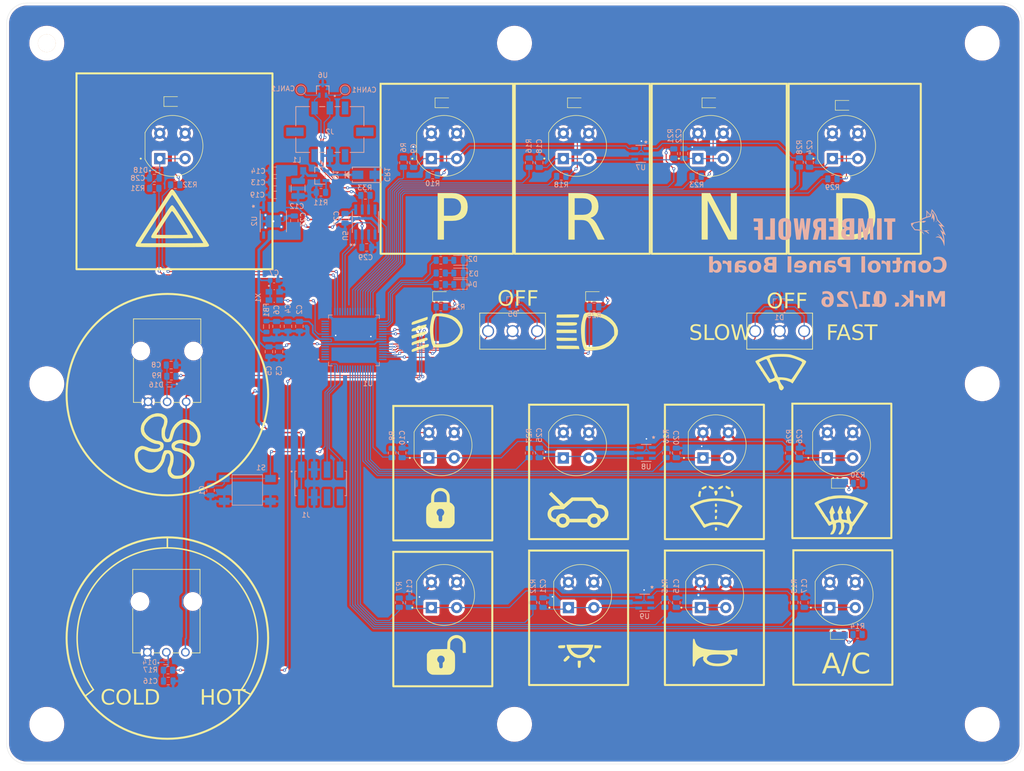
<source format=kicad_pcb>
(kicad_pcb (version 20241229) (generator "pcbnew") (generator_version "9.0")
  (layers (0 "F.Cu" signal) (2 "B.Cu" signal) (13 "F.Paste" user) (15 "B.Paste" user) (5 "F.SilkS" user "F.Silkscreen") (7 "B.SilkS" user "B.Silkscreen") (1 "F.Mask" user) (3 "B.Mask" user) (25 "Edge.Cuts" user))
  (net 0 "")
  (net 7 "/dio")
  (net 8 "/clk")
  (net 21 "+3V3")
  (net 22 "GND")
  (net 23 "/N_SW")
  (net 24 "/D_SW")
  (net 25 "/Windshield_Defrost_SW")
  (net 26 "/Hazard_SW")
  (net 27 "/P_SW")
  (net 28 "/R_SW")
  (net 29 "/Horn_SW")
  (net 30 "/Unlock_SW")
  (net 31 "/Int_Lights_SW")
  (net 32 "/Window_Washer_SW")
  (net 33 "/Lock_SW")
  (net 34 "/Hood_SW")
  (net 35 "/Fan_Speed")
  (net 36 "/Heating")
  (net 37 "/CAN_L")
  (net 38 "/CAN_H")
  (net 39 "/CAN_RX")
  (net 40 "/CAN_TX")
  (net 41 "/CAN_STBY")
  (net 42 "/5V")
  (net 43 "Net-(Q1-S)")
  (net 44 "Net-(D2-A)")
  (net 45 "Net-(D3-A)")
  (net 46 "Net-(D4-A)")
  (net 47 "Net-(D8-A)")
  (net 48 "/High_Beams_SW")
  (net 49 "/Low_Beams_SW")
  (net 50 "Net-(D10-A)")
  (net 51 "Net-(D11-A)")
  (net 52 "/Hazard_LED")
  (net 53 "/P_LED")
  (net 54 "/R_LED")
  (net 55 "/N_LED")
  (net 56 "/D_LED")
  (net 57 "/Windshield_Defrost_LED")
  (net 58 "/High_Beams_LED")
  (net 59 "/Low_Beams_LED")
  (net 60 "3V3A")
  (net 61 "/Wiper_Speed_2")
  (net 62 "/Wiper_Speed_1")
  (net 63 "Net-(Q1-G)")
  (net 64 "/CLK_OUT")
  (net 65 "/Status_LED1")
  (net 66 "/Status_LED2")
  (net 67 "/CAN_LED")
  (net 68 "/P_SW_ESD")
  (net 69 "/R_SW_ESD")
  (net 70 "/N_SW_ESD")
  (net 71 "/D_SW_ESD")
  (net 72 "/Lock_SW_ESD")
  (net 73 "/Horn_SW_ESD")
  (net 74 "/Window_Washer_SW_ESD")
  (net 75 "/Unlock_SW_ESD")
  (net 76 "/Hood_SW_ESD")
  (net 77 "/Int_Lights_SW_ESD")
  (net 78 "/Windshield_Defrost_SW_ESD")
  (net 79 "Net-(D6-A)")
  (net 80 "Net-(D7-A)")
  (net 81 "Net-(D9-A)")
  (net 82 "Net-(D12-A)")
  (net 84 "/Fan_Speed_ESD")
  (net 85 "/reset")
  (net 86 "/Hazard_SW_ESD")
  (net 91 "/A{slash}C_SW_ESD")
  (net 92 "/A{slash}C_SW")
  (net 93 "/A{slash}C_LED")
  (net 94 "Net-(D13-A)")
  (net 95 "Net-(D17-A)")
  (net 97 "/Heating_ESD")
  (net 99 "+5V_Filtered")
  (footprint "LED_SMD:LED_0805_2012Metric" (layer "F.Cu") (at 312.8 173.8)
    (property "Reference" "D7" (hide yes))
    (property "Value" "LED")
  )
  (footprint "MountingHole:MountingHole_3.5mm" (layer "F.Cu") (at 156.75 191.5)
    (property "Reference" "H4" (hide yes))
    (property "Value" "MountingHole" (hide yes))
  )
  (footprint "LOGO" (layer "F.Cu") (at 262.725 113.825)
    (property "Reference" "G***" (hide yes))
    (property "Value" "LOGO" (hide yes))
  )
  (footprint "TWOLF_FOOTPRINTS:SW_D6R90_F2_LFS" (layer "F.Cu") (at 314 77.5)
    (property "Reference" "S12" (hide yes))
    (property "Value" "D6R90_F2_LFS")
  )
  (footprint "TWOLF_FOOTPRINTS:SW_D6R90_F2_LFS" (layer "F.Cu") (at 181.5 77.5)
    (property "Reference" "S14" (hide yes))
    (property "Value" "D6R90_F2_LFS")
  )
  (footprint "LOGO" (layer "F.Cu") (at 288.720208 149.063204)
    (property "Reference" "G***" (hide yes))
    (property "Value" "LOGO" (hide yes))
  )
  (footprint "LOGO" (layer "F.Cu") (at 288.32 177.37)
    (property "Reference" "G***" (hide yes))
    (property "Value" "LOGO" (hide yes))
  )
  (footprint "LOGO" (layer "F.Cu") (at 261.38 149.21)
    (property "Reference" "G***" (hide yes))
    (property "Value" "LOGO" (hide yes))
  )
  (footprint "LOGO" (layer "F.Cu") (at 261.23 177.9)
    (property "Reference" "G***" (hide yes))
    (property "Value" "LOGO" (hide yes))
  )
  (footprint "TWOLF_FOOTPRINTS:SW_D6R90_F2_LFS" (layer "F.Cu") (at 235 166)
    (property "Reference" "S3" (hide yes))
    (property "Value" "D6R90_F2_LFS")
  )
  (footprint "MountingHole:MountingHole_3.5mm" (layer "F.Cu") (at 341 124.375)
    (property "Reference" "H5" (hide yes))
    (property "Value" "MountingHole")
  )
  (footprint "LOGO" (layer "F.Cu") (at 233.79 114.43)
    (property "Reference" "G***" (hide yes))
    (property "Value" "LOGO" (hide yes))
  )
  (footprint "TWOLF_FOOTPRINTS:SW_D6R90_F2_LFS" (layer "F.Cu") (at 262 166)
    (property "Reference" "S9" (hide yes))
    (property "Value" "D6R90_F2_LFS")
  )
  (footprint "LOGO" (layer "F.Cu") (at 313.392289 149.009693)
    (property "Reference" "G***" (hide yes))
    (property "Value" "LOGO" (hide yes))
  )
  (footprint "TWOLF_FOOTPRINTS:SW_D6R90_F2_LFS" (layer "F.Cu") (at 235 77.5)
    (property "Reference" "S2" (hide yes))
    (property "Value" "D6R90_F2_LFS")
  )
  (footprint "LOGO" (layer "F.Cu") (at 182 91.776818)
    (property "Reference" "G***" (hide yes))
    (property "Value" "LOGO" (hide yes))
  )
  (footprint "MountingHole:MountingHole_3.5mm" (layer "F.Cu") (at 341 57.25)
    (property "Reference" "H1" (hide yes))
    (property "Value" "MountingHole")
  )
  (footprint "TWOLF_FOOTPRINTS:SW_D6R90_F2_LFS" (layer "F.Cu") (at 287.5 77.5)
    (property "Reference" "S10" (hide yes))
    (property "Value" "D6R90_F2_LFS")
  )
  (footprint "TWOLF_FOOTPRINTS:SW_D6R90_F2_LFS" (layer "F.Cu") (at 288.5 136.5)
    (property "Reference" "S8" (hide yes))
    (property "Value" "D6R90_F2_LFS")
  )
  (footprint "LED_SMD:LED_0805_2012Metric" (layer "F.Cu") (at 234.44 107.18)
    (property "Reference" "D10" (hide yes))
    (property "Value" "LED")
  )
  (footprint "LOGO" (layer "F.Cu") (at 235.74 178.16)
    (property "Reference" "G***" (hide yes))
    (property "Value" "LOGO" (hide yes))
  )
  (footprint "TWOLF_FOOTPRINTS:SW_D6R90_F2_LFS" (layer "F.Cu") (at 313 136.5)
    (property "Reference" "S13" (hide yes))
    (property "Value" "D6R90_F2_LFS")
  )
  (footprint "MountingHole:MountingHole_3.5mm" (layer "F.Cu") (at 341 191.5)
    (property "Reference" "H3" (hide yes))
    (property "Value" "MountingHole")
  )
  (footprint "TWOLF_FOOTPRINTS:SW_D6R90_F2_LFS" (layer "F.Cu") (at 261 77.5)
    (property "Reference" "S7" (hide yes))
    (property "Value" "D6R90_F2_LFS")
  )
  (footprint "TWOLF_FOOTPRINTS:ANT13SEC_CRS" (layer "F.Cu") (at 296.2789 114)
    (property "Reference" "U4" (hide yes))
    (property "Value" "ANT13SECQE")
  )
  (footprint "LED_SMD:LED_0805_2012Metric" (layer "F.Cu") (at 313.75 69.5)
    (property "Reference" "D12" (hide yes))
    (property "Value" "LED")
  )
  (footprint "LED_SMD:LED_0805_2012Metric" (layer "F.Cu") (at 287.5 69)
    (property "Reference" "D9" (hide yes))
    (property "Value" "LED")
  )
  (footprint "LED_SMD:LED_0805_2012Metric" (layer "F.Cu") (at 264.575 107.18)
    (property "Reference" "D11" (hide yes))
    (property "Value" "LED")
  )
  (footprint "TWOLF_FOOTPRINTS:SW_D6R90_F2_LFS" (layer "F.Cu") (at 261 136.5)
    (property "Reference" "S11" (hide yes))
    (property "Value" "D6R90_F2_LFS")
  )
  (footprint "LOGO" (layer "F.Cu") (at 301.25 122.25)
    (property "Reference" "G***" (hide yes))
    (property "Value" "LOGO" (hide yes))
  )
  (footprint "TWOLF_FOOTPRINTS:POT_P120PK-x25_TTE" (layer "F.Cu") (at 176.55 177.2977)
    (property "Reference" "R19" (hide yes))
    (property "Value" "P120PK-Y25BR10K")
  )
  (footprint "TWOLF_FOOTPRINTS:SW_D6R90_F2_LFS" (layer "F.Cu") (at 313.5 166)
    (property "Reference" "S6" (hide yes))
    (property "Value" "D6R90_F2_LFS")
  )
  (footprint "LED_SMD:LED_0805_2012Metric" (layer "F.Cu") (at 261 69)
    (property "Reference" "D8" (hide yes))
    (property "Value" "LED")
  )
  (footprint "TWOLF_FOOTPRINTS:SW_D6R90_F2_LFS" (layer "F.Cu") (at 234.5 136.5)
    (property "Reference" "S4" (hide yes))
    (property "Value" "D6R90_F2_LFS")
  )
  (footprint "LED_SMD:LED_0805_2012Metric" (layer "F.Cu") (at 234.9125 69)
    (property "Reference" "D6" (hide yes))
    (property "Value" "LED")
  )
  (footprint "TWOLF_FOOTPRINTS:ANT13SEC_CRS" (layer "F.Cu") (at 243.674 114)
    (property "Reference" "U3" (hide yes))
    (property "Value" "ANT13SECQE")
  )
  (footprint "LOGO" (layer "F.Cu") (at 181.137421 136.554866)
    (property "Reference" "G***" (hide yes))
    (property "Value" "LOGO" (hide yes))
  )
  (footprint "MountingHole:MountingHole_3.5mm" (layer "F.Cu") (at 248.875 191.5)
    (property "Reference" "H8" (hide yes))
    (property "Value" "MountingHole")
  )
  (footprint "MountingHole:MountingHole_3.5mm" (layer "F.Cu") (at 156.75 57.25)
    (property "Reference" "H2" (hide yes))
    (property "Value" "MountingHole" (hide yes))
  )
  (footprint "LED_SMD:LED_0805_2012Metric" (layer "F.Cu") (at 181.5 68.75)
    (property "Reference" "D17" (hide yes))
    (property "Value" "LED")
  )
  (footprint "MountingHole:MountingHole_3.5mm" (layer "F.Cu") (at 248.875 57.25)
    (property "Reference" "H7" (hide yes))
    (property "Value" "MountingHole" (hide yes))
  )
  (footprint "TWOLF_FOOTPRINTS:POT_P120PK-x25_TTE" (layer "F.Cu") (at 176.7 127.925)
    (property "Reference" "R12" (hide yes))
    (property "Value" "P120PK-Y25BR10K")
  )
  (footprint "MountingHole:MountingHole_3.5mm" (layer "F.Cu") (at 156.75 124.375)
    (property "Reference" "H6" (hide yes))
    (property "Value" "MountingHole" (hide yes))
  )
  (footprint "LED_SMD:LED_0805_2012Metric" (layer "F.Cu") (at 313 144)
    (property "Reference" "D13" (hide yes))
    (property "Value" "LED")
  )
  (footprint "TWOLF_FOOTPRINTS:SW_D6R90_F2_LFS" (layer "F.Cu") (at 288 166)
    (property "Reference" "S5" (hide yes))
    (property "Value" "D6R90_F2_LFS")
  )
  (footprint "LOGO" (layer "F.Cu") (at 234.458995 148.956194)
    (property "Reference" "G***" (hide yes))
    (property "Value" "LOGO" (hide yes))
  )
  (footprint "Resistor_SMD:R_0805_2012Metric" (layer "B.Cu") (at 226.17125 167.52625 90)
    (property "Reference" "R7")
    (property "Value" "470R")
  )
  (footprint "Resistor_SMD:R_0805_2012Metric" (layer "B.Cu") (at 311.5 84)
    (property "Reference" "R29")
    (property "Value" "2k")
  )
  (footprint "Resistor_SMD:R_0805_2012Metric" (layer "B.Cu") (at 305 80.75 90)
    (property "Reference" "R28")
    (property "Value" "470R")
  )
  (footprint "Resistor_SMD:R_0805_2012Metric" (layer "B.Cu") (at 278.75 138.02 90)
    (property "Reference" "R20")
    (property "Value" "470R")
  )
  (footprint "LED_SMD:LED_0805_2012Metric" (layer "B.Cu") (at 237.85 102.55 180)
    (property "Reference" "D3")
    (property "Value" "LED")
  )
  (footprint "Resistor_SMD:R_0805_2012Metric" (layer "B.Cu") (at 232.75 83.25)
    (property "Reference" "R10")
    (property "Value" "2k")
  )
  (footprint "Resistor_SMD:R_0805_2012Metric" (layer "B.Cu") (at 234.35 102.55)
    (property "Reference" "R3" (hide yes))
    (property "Value" "2k")
  )
  (footprint "Resistor_SMD:R_0805_2012Metric" (layer "B.Cu") (at 251.75 138.02 90)
    (property "Reference" "R27")
    (property "Value" "470R")
  )
  (footprint "TWOLF_FOOTPRINTS:SC74-6_3P1X1P7_ONS" (layer "B.Cu") (at 273.7438 79.05 180)
    (property "Reference" "U7")
    (property "Value" "MMQA33VT1G")
  )
  (footprint "Inductor_SMD:L_0805_2012Metric" (layer "B.Cu") (at 200 113.1 -90)
    (property "Reference" "FB1")
    (property "Value" "600R")
  )
  (footprint "Capacitor_SMD:C_0805_2012Metric" (layer "B.Cu") (at 215.5 91.75 -90)
    (property "Reference" "C27")
    (property "Value" "100n")
  )
  (footprint "TWOLF_FOOTPRINTS:SODFL1006X43N" (layer "B.Cu") (at 178.52 82.26)
    (property "Reference" "D18")
    (property "Value" "ESD9X5.0ST5G")
  )
  (footprint "Capacitor_SMD:C_0805_2012Metric" (layer "B.Cu") (at 202.5 118.05 -90)
    (property "Reference" "C3")
    (property "Value" "100n")
  )
  (footprint "TWOLF_FOOTPRINTS:SOT65P210X110-3N" (layer "B.Cu") (at 248.58 107.85 90)
    (property "Reference" "D5")
    (property "Value" "ESDA25W")
  )
  (footprint "Capacitor_SMD:C_0805_2012Metric" (layer "B.Cu") (at 181.2375 120.7)
    (property "Reference" "C8")
    (property "Value" "100n")
  )
  (footprint "LED_SMD:LED_0805_2012Metric" (layer "B.Cu") (at 237.85 100.05 180)
    (property "Reference" "D2")
    (property "Value" "LED")
  )
  (footprint "Capacitor_SMD:C_0805_2012Metric" (layer "B.Cu") (at 307 80.75 -90)
    (property "Reference" "C24")
    (property "Value" "C")
  )
  (footprint "TWOLF_FOOTPRINTS:XTAL_ASE-8.000MHZ-LC-T" (layer "B.Cu") (at 201.55 107.075 -90)
    (property "Reference" "X1")
    (property "Value" "OXETDLJANF-8MHZ")
  )
  (footprint "TWOLF_FOOTPRINTS:SOT65P210X110-3N" (layer "B.Cu") (at 301.06 108.28 90)
    (property "Reference" "D1")
    (property "Value" "ESDA25W")
  )
  (footprint "Resistor_SMD:R_0805_2012Metric" (layer "B.Cu") (at 251.75 80.8 90)
    (property "Reference" "R16")
    (property "Value" "470R")
  )
  (footprint "Resistor_SMD:R_0805_2012Metric" (layer "B.Cu") (at 252.5 167.52625 90)
    (property "Reference" "R22")
    (property "Value" "470R")
  )
  (footprint "Capacitor_SMD:C_0805_2012Metric" (layer "B.Cu") (at 228.17125 167.50625 -90)
    (property "Reference" "C11")
    (property "Value" "C")
  )
  (footprint "Resistor_SMD:R_0805_2012Metric" (layer "B.Cu") (at 284.75 83.5)
    (property "Reference" "R23")
    (property "Value" "2k")
  )
  (footprint "TWOLF_FOOTPRINTS:SODFL1006X43N" (layer "B.Cu") (at 180.1725 179.275)
    (property "Reference" "D14")
    (property "Value" "ESD9X5.0ST5G")
  )
  (footprint "Capacitor_SMD:C_0805_2012Metric" (layer "B.Cu") (at 282.25 79 -90)
    (property "Reference" "C22")
    (property "Value" "C")
  )
  (footprint "Capacitor_SMD:C_0805_2012Metric" (layer "B.Cu") (at 253.75 80.8 -90)
    (property "Reference" "C18")
    (property "Value" "C")
  )
  (footprint "Capacitor_SMD:C_0805_2012Metric" (layer "B.Cu") (at 205.5 92.25 90)
    (property "Reference" "C23")
    (property "Value" "10u")
  )
  (footprint "Capacitor_SMD:C_0603_1608Metric" (layer "B.Cu") (at 201.51675 104)
    (property "Reference" "C7")
    (property "Value" "100n")
  )
  (footprint "TWOLF_FOOTPRINTS:QFP50P1200X1200X160-64N" (layer "B.Cu") (at 217.25 115.83)
    (property "Reference" "U1")
    (property "Value" "FS32K118LAT0MLHT")
  )
  (footprint "Capacitor_SMD:C_0805_2012Metric" (layer "B.Cu") (at 177.94 83.84)
    (property "Reference" "C28")
    (property "Value" "C")
  )
  (footprint "TWOLF_FOOTPRINTS:SW_TS04-66-50-BK-160-SMT" (layer "B.Cu") (at 196.25 145.3 180)
    (property "Reference" "S1")
    (property "Value" "TS04-66-50-BK-160-SMT")
  )
  (footprint "Resistor_SMD:R_0805_2012Metric" (layer "B.Cu") (at 234.35 100.05)
    (property "Reference" "R2" (hide yes))
    (property "Value" "2k")
  )
  (footprint "Capacitor_SMD:C_0805_2012Metric" (layer "B.Cu") (at 202 113.05 -90)
    (property "Reference" "C6")
    (property "Value" "1u")
  )
  (footprint "Resistor_SMD:R_0805_2012Metric" (layer "B.Cu") (at 210.75 86.648501)
    (property "Reference" "R11")
    (property "Value" "100k")
  )
  (footprint "Resistor_SMD:R_0805_2012Metric" (layer "B.Cu") (at 234.36 109.25)
    (property "Reference" "R24")
    (property "Value" "2k")
  )
  (footprint "TWOLF_FOOTPRINTS:IND_25_0805_FRT" (layer "B.Cu") (at 206.3737 82.398501)
    (property "Reference" "L1")
    (property "Value" "2508051217Y6")
  )
  (footprint "TWOLF_FOOTPRINTS:CONN_SD-43045-007_06_MOL" (layer "B.Cu") (at 212.500001 74.261499 180)
    (property "Reference" "J2")
    (property "Value" "430450619")
  )
  (footprint "Capacitor_SMD:C_0805_2012Metric" (layer "B.Cu") (at 201.75 87.148501 180)
    (property "Reference" "C19")
    (property "Value" "10u")
  )
  (footprint "Resistor_SMD:R_0805_2012Metric" (layer "B.Cu") (at 181.2875 122.9 180)
    (property "Reference" "R9")
    (property "Value" "470")
  )
  (footprint "Capacitor_SMD:C_0805_2012Metric" (layer "B.Cu") (at 206.5 113.05 -90)
    (property "Reference" "C2")
    (property "Value" "100n")
  )
  (footprint "TWOLF_FOOTPRINTS:SODFL1006X43N" (layer "B.Cu") (at 180.92 124.54 180)
    (property "Reference" "D16")
    (property "Value" "ESD9X5.0ST5G")
  )
  (footprint "TestPoint:TestPoint_Pad_D1.5mm" (layer "B.Cu") (at 206.8 66.45 90)
    (property "Reference" "CANL1")
    (property "Value" "TestPoint")
  )
  (footprint "Capacitor_SMD:C_1210_3225Metric" (layer "B.Cu") (at 206.25 85.898501 -90)
    (property "Reference" "C12")
    (property "Value" "22u")
  )
  (footprint "Capacitor_SMD:C_0805_2012Metric" (layer "B.Cu") (at 201.75 84.648501 180)
    (property "Reference" "C13")
    (property "Value" "100n")
  )
  (footprint "Resistor_SMD:R_0805_2012Metric" (layer "B.Cu") (at 177.91 85.85 180)
    (property "Reference" "R31")
    (property "Value" "470R")
  )
  (footprint "Resistor_SMD:R_0805_2012Metric" (layer "B.Cu") (at 227 80.8 90)
    (property "Reference" "R6")
    (property "Value" "470R")
  )
  (footprint "Resistor_SMD:R_0805_2012Metric" (layer "B.Cu") (at 316.5 144 180)
    (property "Reference" "R30")
    (property "Value" "2k")
  )
  (footprint "TWOLF_FOOTPRINTS:AMPHENOL_54202-T0804LF" (layer "B.Cu") (at 210.69 144.02)
    (property "Reference" "J1")
    (property "Value" "54202-T0804LF")
  )
  (footprint "Capacitor_SMD:C_0805_2012Metric" (layer "B.Cu") (at 280.75 167.50625 -90)
    (property "Reference" "C15")
    (property "Value" "C")
  )
  (footprint "Resistor_SMD:R_0805_2012Metric" (layer "B.Cu") (at 182.05 85.15)
    (property "Reference" "R32")
    (property "Value" "2k")
  )
  (footprint "TWOLF_FOOTPRINTS:SOIC8_4P9X3P9MC_MCH" (layer "B.Cu") (at 219.5 92.5 90)
    (property "Reference" "U5")
    (property "Value" "MCP2542FD")
  )
  (footprint "Resistor_SMD:R_0805_2012Metric" (layer "B.Cu") (at 280.25 79 -90)
    (property "Reference" "R21")
    (property "Value" "470R")
  )
  (footprint "Capacitor_SMD:C_0805_2012Metric" (layer "B.Cu") (at 219.75 97.5 180)
    (property "Reference" "C29")
    (property "Value" "100n")
  )
  (footprint "Resistor_SMD:R_0805_2012Metric" (layer "B.Cu") (at 303.95625 167.52625 90)
    (property "Reference" "R13")
    (property "Value" "470R")
  )
  (footprint "TWOLF_FOOTPRINTS:SOT323-3L_STM" (layer "B.Cu") (at 211.100001 66.4586 180)
    (property "Reference" "U6")
    (property "Value" "ESDCAN05-2BWY")
  )
  (footprint "Capacitor_SMD:C_0805_2012Metric" (layer "B.Cu") (at 200.5 118.05 -90)
    (property "Reference" "C5")
    (property "Value" "100n")
  )
  (footprint "TWOLF_FOOTPRINTS:SMASeries_LTF" (layer "B.Cu") (at 219.6982 83.1985)
    (property "Reference" "CR1")
    (property "Value" "SMAJ6.0A")
  )
  (footprint "Resistor_SMD:R_0805_2012Metric" (layer "B.Cu") (at 180.625 180.825 180)
    (property "Reference" "R17")
    (property "Value" "470")
  )
  (footprint "Capacitor_SMD:C_0805_2012Metric" (layer "B.Cu") (at 229 80.8 -90)
    (property "Reference" "C9")
    (property "Value" "C")
  )
  (footprint "LED_SMD:LED_0805_2012Metric" (layer "B.Cu") (at 237.85 104.8 180)
    (property "Reference" "D4")
    (property "Value" "LED")
  )
  (footprint "Capacitor_SMD:C_0805_2012Metric" (layer "B.Cu") (at 253.75 138 -90)
    (property "Reference" "C25")
    (property "Value" "C")
  )
  (footprint "Resistor_SMD:R_0805_2012Metric" (layer "B.Cu") (at 264.55 109.23)
    (property "Reference" "R25")
    (property "Value" "2k")
  )
  (footprint "Capacitor_SMD:C_0805_2012Metric" (layer "B.Cu") (at 201.75 82.398501 180)
    (property "Reference" "C14")
    (property "Value" "10u")
  )
  (footprint "LOGO" (layer "B.Cu") (at 315.425 93.325 180)
    (property "Reference" "G***" (hide yes))
    (property "Value" "LOGO" (hide yes))
  )
  (footprint "Resistor_SMD:R_0805_2012Metric" (layer "B.Cu") (at 316.45 173.8 180)
    (property "Reference" "R14")
    (property "Value" "2k")
  )
  (footprint "Resistor_SMD:R_0805_2012Metric" (layer "B.Cu") (at 303 138.02 90)
    (property "Reference" "R26")
    (property "Value" "470R")
  )
  (footprint "Capacitor_SMD:C_0805_2012Metric" (layer "B.Cu") (at 254.5 167.50625 -90)
    (property "Reference" "C21")
    (property "Value" "C")
  )
  (footprint "Capacitor_SMD:C_0805_2012Metric" (layer "B.Cu") (at 226.75 138 -90)
    (property "Reference" "C10")
    (property "Value" "C")
  )
  (footprint "Resistor_SMD:R_0805_2012Metric" (layer "B.Cu") (at 258.0875 83.5)
    (property "Reference" "R18")
    (property "Value" "2k")
  )
  (footprint "Resistor_SMD:R_0805_2012Metric" (layer "B.Cu") (at 219.5 87.25 180)
    (property "Reference" "R33")
    (property "Value" "R")
  )
  (footprint "Capacitor_SMD:C_0805_2012Metric" (layer "B.Cu") (at 204.25 113.05 -90)
    (property "Reference" "C4")
    (property "Value" "100n")
  )
  (footprint "Resistor_SMD:R_0805_2012Metric" (layer "B.Cu") (at 234.35 104.8)
    (property "Reference" "R4" (hide yes))
    (property "Value" "2k")
  )
  (footprint "Capacitor_SMD:C_0805_2012Metric" (layer "B.Cu") (at 305 138 -90)
    (property "Reference" "C26")
    (property "Value" "C")
  )
  (footprint "Resistor_SMD:R_0805_2012Metric" (layer "B.Cu") (at 224.75 138.02 90)
    (property "Reference" "R8")
    (property "Value" "470R")
  )
  (footprint "Capacitor_SMD:C_0805_2012Metric" (layer "B.Cu") (at 189 145.4125 -90)
    (property "Reference" "C1")
    (property "Value" "100n")
  )
  (footprint "TestPoint:TestPoint_Pad_D1.5mm" (layer "B.Cu") (at 215.5 66.45 90)
    (property "Reference" "CANH1")
    (property "Value" "TestPoint")
  )
  (footprint "Capacitor_SMD:C_0805_2012Metric" (layer "B.Cu") (at 305.95625 167.50625 -90)
    (property "Reference" "C17")
    (property "Value" "C")
  )
  (footprint "Capacitor_SMD:C_0805_2012Metric" (layer "B.Cu") (at 280.75 138 -90)
    (property "Reference" "C20")
    (property "Value" "C")
  )
  (footprint "Capacitor_SMD:C_0805_2012Metric" (layer "B.Cu") (at 180.675 182.975)
    (property "Reference" "C16")
    (property "Value" "100n")
  )
  (footprint "TWOLF_FOOTPRINTS:SC74-6_3P1X1P7_ONS" (layer "B.Cu") (at 274.51 167.53 180)
    (property "Reference" "U9")
    (property "Value" "MMQA33VT1G")
  )
  (footprint "Resistor_SMD:R_0805_2012Metric" (layer "B.Cu") (at 278.5 167.52625 90)
    (property "Reference" "R15")
    (property "Value" "470R")
  )
  (footprint "TWOLF_FOOTPRINTS:SC74-6_3P1X1P7_ONS" (layer "B.Cu") (at 274.8162 138.01 180)
    (property "Reference" "U8")
    (property "Value" "MMQA33VT1G")
  )
  (footprint "TWOLF_FOOTPRINTS:SO-8EP_3P9X4P9_DIO" (layer "B.Cu") (at 201.365 92.353601 -90)
    (property "Reference" "U2")
    (property "Value" "AP7362A-33SP-13")
  )
  (footprint "TWOLF_FOOTPRINTS:SOT-23-3L_AOS" (layer "B.Cu") (at 210.5562 83.351001 -90)
    (property "Reference" "Q1")
    (property "Value" "AO3407A")
  )
  (gr_rect (start 248.925 65.25) (end 275.525 98.75) (stroke (width 0.4)) (fill no) (layer "F.SilkS"))
  (gr_rect (start 222.5 65.25) (end 248.6 98.75) (stroke (width 0.4)) (fill no) (layer "F.SilkS"))
  (gr_circle (center 180.5 174.5) (end 200.35 174.5) (stroke (width 0.4)) (fill no) (layer "F.SilkS"))
  (gr_rect (start 278.5 128.5) (end 298 155) (stroke (width 0.4)) (fill no) (layer "F.SilkS"))
  (gr_arc (start 180.5 156.724701) (mid 196.261106 166.281193) (end 195.075 184.675) (stroke (width 0.3)) (layer "F.SilkS"))
  (gr_circle (center 180.5 126.521176) (end 200.35 126.521176) (stroke (width 0.4)) (fill no) (layer "F.SilkS"))
  (gr_rect (start 225 157.5) (end 244.5 184) (stroke (width 0.4)) (fill no) (layer "F.SilkS"))
  (gr_rect (start 275.9 65.25) (end 302.5 98.75) (stroke (width 0.4)) (fill no) (layer "F.SilkS"))
  (gr_line (start 195.075 184.675) (end 196.95 185.609455) (stroke (width 0.3)) (layer "F.SilkS"))
  (gr_line (start 165.925 184.675) (end 164.35 185.9) (stroke (width 0.3)) (layer "F.SilkS"))
  (gr_line (start 180.5 154.65) (end 180.5 156.724702) (stroke (width 0.3)) (layer "F.SilkS"))
  (gr_rect (start 251.75 128.5) (end 271.25 155) (stroke (width 0.4)) (fill no) (layer "F.SilkS"))
  (gr_rect (start 278.5 157.25) (end 298 183.75) (stroke (width 0.4)) (fill no) (layer "F.SilkS"))
  (gr_rect (start 225 128.75) (end 244.5 155.25) (stroke (width 0.4)) (fill no) (layer "F.SilkS"))
  (gr_rect (start 302.875 65.25) (end 328.9 98.75) (stroke (width 0.4)) (fill no) (layer "F.SilkS"))
  (gr_rect (start 303.8 157.2) (end 323.3 183.7) (stroke (width 0.4)) (fill no) (layer "F.SilkS"))
  (gr_rect (start 251.75 157.25) (end 271.25 183.75) (stroke (width 0.4)) (fill no) (layer "F.SilkS"))
  (gr_arc (start 165.925 184.675) (mid 164.738894 166.281193) (end 180.5 156.724701) (stroke (width 0.3)) (layer "F.SilkS"))
  (gr_rect (start 303.6 128.3) (end 323.1 154.8) (stroke (width 0.4)) (fill no) (layer "F.SilkS"))
  (gr_rect (start 162.6 63.2) (end 201.2 101.8) (stroke (width 0.4)) (fill no) (layer "F.SilkS"))
  (gr_arc (start 152.828427 199.328427) (mid 150 198.156854) (end 148.828427 195.328427) (stroke (width 0.05)) (layer "Edge.Cuts"))
  (gr_arc (start 348.828427 195.328427) (mid 347.656854 198.156854) (end 344.828427 199.328427) (stroke (width 0.05)) (layer "Edge.Cuts"))
  (gr_arc (start 344.828427 49.328427) (mid 347.656854 50.5) (end 348.828427 53.328427) (stroke (width 0.05)) (layer "Edge.Cuts"))
  (gr_line (start 348.828427 53.328427) (end 348.828427 195.328427) (stroke (width 0.05)) (layer "Edge.Cuts"))
  (gr_arc (start 148.828427 53.328427) (mid 150 50.5) (end 152.828427 49.328427) (stroke (width 0.05)) (layer "Edge.Cuts"))
  (gr_line (start 152.828427 199.328427) (end 344.828427 199.328427) (stroke (width 0.05)) (layer "Edge.Cuts"))
  (gr_line (start 344.828427 49.328427) (end 152.828427 49.328427) (stroke (width 0.05)) (layer "Edge.Cuts"))
  (gr_line (start 148.828427 53.328427) (end 148.828427 195.328427) (stroke (width 0.05)) (layer "Edge.Cuts"))
  (gr_text "R" (at 258.25 97.5 0) (layer "F.SilkS") (effects (font (size 9 9) (thickness 0.1)) (justify left bottom)))
  (gr_text "OFF" (at 245.5 109.5 0) (layer "F.SilkS") (effects (font (size 3 3) (thickness 0.1)) (justify left bottom)))
  (gr_text "P" (at 232.5 97.5 0) (layer "F.SilkS") (effects (font (size 9 9) (thickness 0.1)) (justify left bottom)))
  (gr_text "A/C" (at 309.4 182.15 0) (layer "F.SilkS") (effects (font (size 4 4) (thickness 0.1)) (justify left bottom)))
  (gr_text "D" (at 311 97.5 0) (layer "F.SilkS") (effects (font (size 9 9) (thickness 0.1)) (justify left bottom)))
  (gr_text "OFF" (at 298.5 110 0) (layer "F.SilkS") (effects (font (size 3 3) (thickness 0.1)) (justify left bottom)))
  (gr_text "FAST" (at 310.25 116.25 0) (layer "F.SilkS") (effects (font (size 3 3) (thickness 0.1)) (justify left bottom)))
  (gr_text "HOT\n" (at 186.875 188.125 0) (layer "F.SilkS") (effects (font (size 3 3)) (justify left bottom)))
  (gr_text "N" (at 284.5 97.5 0) (layer "F.SilkS") (effects (font (size 9 9) (thickness 0.1)) (justify left bottom)))
  (gr_text "SLOW" (at 283.25 116.25 0) (layer "F.SilkS") (effects (font (size 3 3) (thickness 0.1)) (justify left bottom)))
  (gr_text "COLD\n" (at 167.3 188.125 0) (layer "F.SilkS") (effects (font (size 3 3)) (justify left bottom)))
  (gr_text "Mrk. 1" (at 334.05 109.675 0) (layer "B.SilkS") (effects (font (size 3 3) (thickness 0.3) (bold yes)) (justify left bottom mirror)))
  (gr_text "01/26\n" (at 322.325 109.725 0) (layer "B.SilkS") (effects (font (size 3 3) (thickness 0.3) (bold yes)) (justify left bottom mirror)))
  (gr_text "Control Panel Board" (at 334.2 102.95 0) (layer "B.SilkS") (effects (font (size 3 3) (thickness 0.3) (bold yes)) (justify left bottom mirror)))
  (segment (start 212 141.25) (end 211.96 141.29) (width 0.2) (layer "B.Cu") (net 7))
  (segment (start 211.96 141.29) (end 211.96 126.2229) (width 0.2) (layer "B.Cu") (net 7))
  (segment (start 213.5 124.6829) (end 213.5 121.5) (width 0.2) (layer "B.Cu") (net 7))
  (segment (start 211.96 126.2229) (end 213.5 124.6829) (width 0.2) (layer "B.Cu") (net 7))
  (segment (start 214.5 139.25) (end 214.5 141.29) (width 0.2) (layer "B.Cu") (net 8))
  (segment (start 214.5 124.25) (end 212.361 126.389) (width 0.2) (layer "B.Cu") (net 8))
  (segment (start 212.361 126.389) (end 212.361 137.111) (width 0.2) (layer "B.Cu") (net 8))
  (segment (start 214.5 121.5) (end 214.5 124.25) (width 0.2) (layer "B.Cu") (net 8))
  (segment (start 212.361 137.111) (end 214.5 139.25) (width 0.2) (layer "B.Cu") (net 8))
  (segment (start 204.25 116.5) (end 210 116.5) (width 0.2) (layer "F.Cu") (net 21))
  (segment (start 196.875 126.675) (end 184.35155 126.675) (width 0.3) (layer "F.Cu") (net 21))
  (segment (start 200.75 134) (end 199.5 132.75) (width 0.3) (layer "F.Cu") (net 21))
  (segment (start 184.2 126.82655) (end 184.2 127.925) (width 0.3) (layer "F.Cu") (net 21))
  (segment (start 197.775 125.775) (end 196.875 126.675) (width 0.3) (layer "F.Cu") (net 21))
  (segment (start 208 93.5) (end 213 93.5) (width 0.3) (layer "F.Cu") (net 21))
  (segment (start 204 116.75) (end 204.25 116.5) (width 0.2) (layer "F.Cu") (net 21))
  (segment (start 184.35155 126.675) (end 184.2 126.82655) (width 0.3) (layer "F.Cu") (net 21))
  (segment (start 206.88 134) (end 200.75 134) (width 0.3) (layer "F.Cu") (net 21))
  (segment (start 207.75 93.25) (end 208 93.5) (width 0.3) (layer "F.Cu") (net 21))
  (via (at 197.775 125.775) (size 0.6) (drill 0.3) (layers "F.Cu" "B.Cu") (net 21))
  (via (at 207.75 93.25) (size 0.6) (drill 0.3) (layers "F.Cu" "B.Cu") (net 21))
  (via (at 199.5 132.75) (size 0.6) (drill 0.3) (layers "F.Cu" "B.Cu") (net 21))
  (via (at 204 116.75) (size 0.6) (drill 0.3) (layers "F.Cu" "B.Cu") (net 21))
  (via (at 206.88 134) (size 0.6) (drill 0.3) (layers "F.Cu" "B.Cu") (net 21))
  (via (at 213 93.5) (size 0.6) (drill 0.3) (layers "F.Cu" "B.Cu") (net 21))
  (via (at 210 116.5) (size 0.6) (drill 0.3) (layers "F.Cu" "B.Cu") (net 21))
  (segment (start 197.8 125.9) (end 197.85 125.95) (width 0.3) (layer "B.Cu") (net 21))
  (segment (start 206.88 134) (end 206.88 141.29) (width 0.3) (layer "B.Cu") (net 21))
  (segment (start 184.2 174.5) (end 184.05 174.65) (width 0.3) (layer "B.Cu") (net 21))
  (segment (start 199.6 117.1) (end 202.5 117.1) (width 0.3) (layer "B.Cu") (net 21))
  (segment (start 211.571 116.571) (end 211.58 116.58) (width 0.3) (layer "B.Cu") (net 21))
  (segment (start 213 93.5) (end 215.5 91) (width 0.3) (layer "B.Cu") (net 21))
  (segment (start 198.5 98) (end 198.5 112.5) (width 0.5) (layer "B.Cu") (net 21))
  (segment (start 200.74175 107.65825) (end 200.5 107.9) (width 0.3) (layer "B.Cu") (net 21))
  (segment (start 215.5 91) (end 215.5 90.8) (width 0.3) (layer "B.Cu") (net 21))
  (segment (start 207.75 93.25) (end 207.7 93.2) (width 0.2) (layer "B.Cu") (net 21))
  (segment (start 184.2 127.925) (end 184.2 165.748484) (width 0.3) (layer "B.Cu") (net 21))
  (segment (start 200.73 95.77) (end 198.5 98) (width 0.5) (layer "B.Cu") (net 21))
  (segment (start 184.2 165.748484) (end 183.4853 166.463184) (width 0.3) (layer "B.Cu") (net 21))
  (segment (start 203.65 117.1) (end 204 116.75) (width 0.2) (layer "B.Cu") (net 21))
  (segment (start 210 116.5) (end 210.08 116.58) (width 0.2) (layer "B.Cu") (net 21))
  (segment (start 221.83 116.08) (end 221.339 116.571) (width 0.3) (layer "B.Cu") (net 21))
  (segment (start 202.5 117.1) (end 203.65 117.1) (width 0.2) (layer "B.Cu") (net 21))
  (segment (start 197.775 125.775) (end 197.8 125.8) (width 0.3) (layer "B.Cu") (net 21))
  (segment (start 183.4853 166.463184) (end 183.4853 168.132216) (width 0.3) (layer "B.Cu") (net 21))
  (segment (start 200 114.1625) (end 199.2115 114.1625) (width 0.3) (layer "B.Cu") (net 21))
  (segment (start 199.2115 114.1625) (end 199.049 114) (width 0.3) (layer "B.Cu") (net 21))
  (segment (start 217.595 90.0362) (end 217.0638 90.0362) (width 0.3) (layer "B.Cu") (net 21))
  (segment (start 198.5 131.75) (end 199.5 132.75) (width 0.5) (layer "B.Cu") (net 21))
  (segment (start 205.5 93.2) (end 205.9485 93.2) (width 0.2) (layer "B.Cu") (net 21))
  (segment (start 198.5 125.95) (end 198.5 131.75) (width 0.5) (layer "B.Cu") (net 21))
  (segment (start 207.7 93.2) (end 205.5 93.2) (width 0.2) (layer "B.Cu") (net 21))
  (segment (start 200.74175 104) (end 200.74175 107.65825) (width 0.3) (layer "B.Cu") (net 21))
  (segment (start 200.74175 104) (end 199 104) (width 0.3) (layer "B.Cu") (net 21))
  (segment (start 198.5 112.5) (end 198.5 113.451) (width 0.5) (layer "B.Cu") (net 21))
  (segment (start 184.2 168.846916) (end 184.2 174.5) (width 0.3) (layer "B.Cu") (net 21))
  (segment (start 198.5 112.5) (end 198.5 125.95) (width 0.5) (layer "B.Cu") (net 21))
  (segment (start 216.3 90.8) (end 215.5 90.8) (width 0.3) (layer "B.Cu") (net 21))
  (segment (start 197.8 125.8) (end 197.8 125.9) (width 0.3) (layer "B.Cu") (net 21))
  (segment (start 198.5 116) (end 199.6 117.1) (width 0.3) (layer "B.Cu") (net 21))
  (segment (start 184.05 174.65) (end 184.05 177.2977) (width 0.3) (layer "B.Cu") (net 21))
  (segment (start 206.88 141.29) (end 206.88 146.75) (width 0.3) (layer "B.Cu") (net 21))
  (segment (start 215.75 90.55) (end 215.5 90.8) (width 0.2) (layer "B.Cu") (net 21))
  (segment (start 199 104) (end 198.5 103.5) (width 0.3) (layer "B.Cu") (net 21))
  (segment (start 198.5 113.451) (end 199.049 114) (width 0.3) (layer "B.Cu") (net 21))
  (segment (start 210.08 116.58) (end 211.58 116.58) (width 0.2) (layer "B.Cu") (net 21))
  (segment (start 222.92 116.08) (end 221.83 116.08) (width 0.3) (layer "B.Cu") (net 21))
  (segment (start 183.4853 168.132216) (end 184.2 168.846916) (width 0.3) (layer "B.Cu") (net 21))
  (segment (start 200.73 95.058701) (end 200.73 95.77) (width 0.5) (layer "B.Cu") (net 21))
  (segment (start 197.85 125.95) (end 198.5 125.95) (width 0.3) (layer "B.Cu") (net 21))
  (segment (start 217.0638 90.0362) (end 216.3 90.8) (width 0.3) (layer "B.Cu") (net 21))
  (segment (start 221.339 116.571) (end 211.571 116.571) (width 0.3) (layer "B.Cu") (net 21))
  (segment (start 205.9485 93.2) (end 206.1485 93) (width 0.2) (layer "B.Cu") (net 21))
  (segment (start 230.15 166.4) (end 232.5 164.05) (width 0.2) (layer "F.Cu") (net 22))
  (segment (start 283.9 77.75) (end 285 76.65) (width 0.2) (layer "F.Cu") (net 22))
  (segment (start 255.25 137.25) (end 258.5 134) (width 0.2) (layer "F.Cu") (net 22))
  (segment (start 232.5 164.05) (end 232.5 163.5) (width 0.2) (layer "F.Cu") (net 22))
  (segment (start 255 137.8) (end 255.25 137.55) (width 0.2) (layer "F.Cu") (net 22))
  (segment (start 229.7 134) (end 232 134) (width 0.2) (layer "F.Cu") (net 22))
  (segment (start 227.85 135.85) (end 229.7 134) (width 0.2) (layer "F.Cu") (net 22))
  (segment (start 285.1 166.05) (end 285.5 165.65) (width 0.2) (layer "F.Cu") (net 22))
  (segment (start 285 76.65) (end 285 75) (width 0.2) (layer "F.Cu") (net 22))
  (segment (start 256.35 166.35) (end 256.65 166.35) (width 0.2) (layer "F.Cu") (net 22))
  (segment (start 285.75 136.7) (end 286 136.45) (width 0.2) (layer "F.Cu") (net 22))
  (segment (start 255.25 137.55) (end 255.25 137.25) (width 0.2) (layer "F.Cu") (net 22))
  (segment (start 286 136.45) (end 286 134) (width 0.2) (layer "F.Cu") (net 22))
  (segment (start 256.65 166.35) (end 259.5 163.5) (width 0.2) (layer "F.Cu") (net 22))
  (segment (start 285.5 165.65) (end 285.5 163.5) (width 0.2) (layer "F.Cu") (net 22))
  (via (at 273.87 76.55) (size 0.6) (drill 0.3) (layers "F.Cu" "B.Cu") (net 22))
  (via (at 274.86 135.24) (size 0.6) (drill 0.3) (layers "F.Cu" "B.Cu") (net 22))
  (via (at 283.9 77.75) (size 0.6) (drill 0.3) (layers "F.Cu" "B.Cu") (net 22))
  (via (at 199.825 93.55) (size 0.8) (drill 0.4) (layers "F.Cu" "B.Cu") (net 22))
  (via (at 255 137.8) (size 0.6) (drill 0.3) (layers "F.Cu" "B.Cu") (net 22))
  (via (at 227.85 135.85) (size 0.6) (drill 0.3) (layers "F.Cu" "B.Cu") (net 22))
  (via (at 285.1 166.05) (size 0.8) (drill 0.4) (layers "F.Cu" "B.Cu") (net 22))
  (via (at 230.15 166.4) (size 0.6) (drill 0.3) (layers "F.Cu" "B.Cu") (net 22))
  (via (at 201.365 92.353601) (size 0.8) (drill 0.4) (layers "F.Cu" "B.Cu") (net 22))
  (via (at 274.4 165.03) (size 0.6) (drill 0.3) (layers "F.Cu" "B.Cu") (net 22))
  (via (at 202.95 93.45) (size 0.8) (drill 0.4) (layers "F.Cu" "B.Cu") (net 22))
  (via (at 228.95 77.675) (size 0.8) (drill 0.4) (layers "F.Cu" "B.Cu") (net 22))
  (via (at 213.65 114.85) (size 0.6) (drill 0.3) (layers "F.Cu" "B.Cu") (net 22))
  (via (at 202.925 91.25) (size 0.8) (drill 0.4) (layers "F.Cu" "B.Cu") (net 22))
  (via (at 285.75 136.7) (size 0.6) (drill 0.3) (layers "F.Cu" "B.Cu") (net 22))
  (via (at 256.35 166.35) (size 0.6) (drill 0.3) (layers "F.Cu" "B.Cu") (net 22))
  (via (at 199.825 91.15) (size 0.8) (drill 0.4) (layers "F.Cu" "B.Cu") (net 22))
  (via (at 220.58 115.06) (size 0.6) (drill 0.3) (layers "F.Cu" "B.Cu") (net 22))
  (segment (start 256.14375 166.55625) (end 256.35 166.35) (width 0.2) (layer "B.Cu") (net 22))
  (segment (start 283.6 78.05) (end 283.9 77.75) (width 0.2) (layer "B.Cu") (net 22))
  (segment (start 229.99375 166.55625) (end 230.15 166.4) (width 0.2) (layer "B.Cu") (net 22))
  (segment (start 254.25 137.05) (end 255 137.8) (width 0.2) (layer "B.Cu") (net 22))
  (segment (start 285.4 137.05) (end 285.75 136.7) (width 0.2) (layer "B.Cu") (net 22))
  (segment (start 221.1 115.58) (end 220.58 115.06) (width 0.2) (layer "B.Cu") (net 22))
  (segment (start 220.135 96.135) (end 220.7 96.7) (width 0.3) (layer "B.Cu") (net 22))
  (segment (start 274.091 138.01) (end 274.86 137.241) (width 0.2) (layer "B.Cu") (net 22))
  (segment (start 253.75 137.05) (end 254.25 137.05) (width 0.2) (layer "B.Cu") (net 22))
  (segment (start 273.6224 138.01) (end 274.091 138.01) (width 0.2) (layer "B.Cu") (net 22))
  (segment (start 284.59375 166.55625) (end 285.1 166.05) (width 0.2) (layer "B.Cu") (net 22))
  (segment (start 272.55 79.05) (end 273.0418 79.05) (width 0.2) (layer "B.Cu") (net 22))
  (segment (start 222.92 115.58) (end 221.1 115.58) (width 0.2) (layer "B.Cu") (net 22))
  (segment (start 274.86 137.241) (end 274.86 135.24) (width 0.2) (layer "B.Cu") (net 22))
  (segment (start 280.75 166.55625) (end 284.59375 166.55625) (width 0.2) (layer "B.Cu") (net 22))
  (segment (start 213.42 115.08) (end 213.65 114.85) (width 0.2) (layer "B.Cu") (net 22))
  (segment (start 179.6925 179.275) (end 178.5273 179.275) (width 0.3) (layer "B.Cu") (net 22))
  (segment (start 204.475 91.3) (end 205.5 91.3) (width 0.2) (layer "B.Cu") (net 22))
  (segment (start 273.0418 79.05) (end 273.87 78.2218) (width 0.2) (layer "B.Cu") (net 22))
  (segment (start 273.84 167.53) (end 274.4 166.97) (width 0.2) (layer "B.Cu") (net 22))
  (segment (start 274.9376 79.05) (end 274.5566 79.05) (width 0.2) (layer "B.Cu") (net 22))
  (segment (start 220.135 94.9638) (end 220.135 96.135) (width 0.3) (layer "B.Cu") (net 22))
  (segment (start 228.17125 166.55625) (end 229.99375 166.55625) (width 0.2) (layer "B.Cu") (net 22))
  (segment (start 178.04 82.26) (end 177.34 82.26) (width 0.2) (layer "B.Cu") (net 22))
  (segment (start 177.34 82.26) (end 176.99 82.61) (width 0.2) (layer "B.Cu") (net 22))
  (segment (start 220.7 96.7) (end 220.7 97.5) (width 0.3) (layer "B.Cu") (net 22))
  (segment (start 274.4 166.97) (end 274.4 165.03) (width 0.2) (layer "B.Cu") (net 22))
  (segment (start 201.365 92.353601) (end 203.421399 92.353601) (width 0.2) (layer "B.Cu") (net 22))
  (segment (start 178.5273 179.275) (end 176.55 177.2977) (width 0.3) (layer "B.Cu") (net 22))
  (segment (start 275.7038 167.53) (end 274.96 167.53) (width 0.2) (layer "B.Cu") (net 22))
  (segment (start 274.5566 79.05) (end 273.87 78.3634) (width 0.2) (layer "B.Cu") (net 22))
  (segment (start 273.87 78.2218) (end 273.87 76.55) (width 0.2) (layer "B.Cu") (net 22))
  (segment (start 275.629 138.01) (end 274.86 137.241) (width 0.2) (layer "B.Cu") (net 22))
  (segment (start 226.75 136.95) (end 227.85 135.85) (width 0.2) (layer "B.Cu") (net 22))
  (segment (start 280.75 137.05) (end 285.4 137.05) (width 0.2) (layer "B.Cu") (net 22))
  (segment (start 276.01 138.01) (end 275.629 138.01) (width 0.2) (layer "B.Cu") (net 22))
  (segment (start 229 79.85) (end 229 77.725) (width 0.2) (layer "B.Cu") (net 22))
  (segment (start 226.75 137.05) (end 226.75 136.95) (width 0.2) (layer "B.Cu") (net 22))
  (segment (start 273.87 78.3634) (end 273.87 78.2218) (width 0.2) (layer "B.Cu") (net 22))
  (segment (start 203.421399 92.353601) (end 204.475 91.3) (width 0.2) (layer "B.Cu") (net 22))
  (segment (start 254.5 166.55625) (end 256.14375 166.55625) (width 0.2) (layer "B.Cu") (net 22))
  (segment (start 282.25 78.05) (end 283.6 78.05) (width 0.2) (layer "B.Cu") (net 22))
  (segment (start 229 77.725) (end 228.95 77.675) (width 0.2) (layer "B.Cu") (net 22))
  (segment (start 274.96 167.53) (end 274.4 166.97) (width 0.2) (layer "B.Cu") (net 22))
  (segment (start 176.99 82.61) (end 176.99 83.84) (width 0.2) (layer "B.Cu") (net 22))
  (segment (start 273.3162 167.53) (end 273.84 167.53) (width 0.2) (layer "B.Cu") (net 22))
  (segment (start 211.58 115.08) (end 213.42 115.08) (width 0.2) (layer "B.Cu") (net 22))
  (segment (start 278.75 80.5) (end 280.25 82) (width 0.2) (layer "F.Cu") (net 23))
  (segment (start 278.75 78.85) (end 278.75 80.5) (width 0.2) (layer "F.Cu") (net 23))
  (via (at 278.75 78.85) (size 0.6) (drill 0.3) (layers "F.Cu" "B.Cu") (net 23))
  (via (at 280.25 82) (size 0.6) (drill 0.3) (layers "F.Cu" "B.Cu") (net 23))
  (segment (start 280.25 78.0875) (end 280.3875 78.0875) (width 0.2) (layer "B.Cu") (net 23))
  (segment (start 278.75 78.85) (end 278.75 78.25) (width 0.2) (layer "B.Cu") (net 23))
  (segment (start 226.7517 85.599) (end 225.604 86.7467) (width 0.2) (layer "B.Cu") (net 23))
  (segment (start 278.9125 78.0875) (end 280.25 78.0875) (width 0.2) (layer "B.Cu") (net 23))
  (segment (start 280.25 84.5) (end 280.25 82) (width 0.2) (layer "B.Cu") (net 23))
  (segment (start 225.604 100.0973) (end 219.5 106.2013) (width 0.2) (layer "B.Cu") (net 23))
  (segment (start 219.5 106.2013) (end 219.5 110.16) (width 0.2) (layer "B.Cu") (net 23))
  (segment (start 225.604 86.7467) (end 225.604 100.0973) (width 0.2) (layer "B.Cu") (net 23))
  (segment (start 279.151 85.599) (end 226.7517 85.599) (width 0.2) (layer "B.Cu") (net 23))
  (segment (start 280.25 84.5) (end 279.151 85.599) (width 0.2) (layer "B.Cu") (net 23))
  (segment (start 278.75 78.25) (end 278.9125 78.0875) (width 0.2) (layer "B.Cu") (net 23))
  (segment (start 226.406 100.4295) (end 226.406 87.0789) (width 0.2) (layer "B.Cu") (net 24))
  (segment (start 220.5 106.3355) (end 226.406 100.4295) (width 0.2) (layer "B.Cu") (net 24))
  (segment (start 305 85.25) (end 305 81.6625) (width 0.2) (layer "B.Cu") (net 24))
  (segment (start 226.406 87.0789) (end 227.0839 86.401) (width 0.2) (layer "B.Cu") (net 24))
  (segment (start 220.5 110.16) (end 220.5 106.3355) (width 0.2) (layer "B.Cu") (net 24))
  (segment (start 227.0839 86.401) (end 303.849 86.401) (width 0.2) (layer "B.Cu") (net 24))
  (segment (start 303.849 86.401) (end 305 85.25) (width 0.2) (layer "B.Cu") (net 24))
  (segment (start 300.698 142.052) (end 303 139.75) (width 0.2) (layer "B.Cu") (net 25))
  (segment (start 222.052 142.052) (end 290.5 142.052) (width 0.2) (layer "B.Cu") (net 25))
  (segment (start 219.5 121.5) (end 219.5 139.5) (width 0.2) (layer "B.Cu") (net 25))
  (segment (start 219.5 139.5) (end 222.052 142.052) (width 0.2) (layer "B.Cu") (net 25))
  (segment (start 303 139.75) (end 303 138.9125) (width 0.2) (layer "B.Cu") (net 25))
  (segment (start 290.5 142.052) (end 300.698 142.052) (width 0.2) (layer "B.Cu") (net 25))
  (segment (start 179.65 102.9) (end 213.1 102.9) (width 0.2) (layer "F.Cu") (net 26))
  (segment (start 178.9 102.15) (end 179.65 102.9) (width 0.2) (layer "F.Cu") (net 26))
  (segment (start 213.1 102.9) (end 213.15 102.95) (width 0.2) (layer "F.Cu") (net 26))
  (via (at 213.15 102.95) (size 0.6) (drill 0.3) (layers "F.Cu" "B.Cu") (net 26))
  (via (at 178.9 102.15) (size 0.6) (drill 0.3) (layers "F.Cu" "B.Cu") (net 26))
  (segment (start 213.15 102.95) (end 213.5 103.3) (width 0.2) (layer "B.Cu") (net 26))
  (segment (start 178.84375 102.09375) (end 178.9 102.15) (width 0.2) (layer "B.Cu") (net 26))
  (segment (start 178.8225 85.85) (end 178.84375 85.87125) (width 0.2) (layer "B.Cu") (net 26))
  (segment (start 178.84375 85.87125) (end 178.84375 102.09375) (width 0.2) (layer "B.Cu") (net 26))
  (segment (start 213.5 103.3) (end 213.5 110.16) (width 0.2) (layer "B.Cu") (net 26))
  (segment (start 226.0873 83.995) (end 226.755 83.995) (width 0.2) (layer "B.Cu") (net 27))
  (segment (start 224 99.4329) (end 224 86.0823) (width 0.2) (layer "B.Cu") (net 27))
  (segment (start 217.5 105.9329) (end 224 99.4329) (width 0.2) (layer "B.Cu") (net 27))
  (segment (start 217.5 110.16) (end 217.5 105.9329) (width 0.2) (layer "B.Cu") (net 27))
  (segment (start 227 83.75) (end 227 81.7125) (width 0.2) (layer "B.Cu") (net 27))
  (segment (start 224 86.0823) (end 226.0873 83.995) (width 0.2) (layer "B.Cu") (net 27))
  (segment (start 226.755 83.995) (end 227 83.75) (width 0.2) (layer "B.Cu") (net 27))
  (segment (start 224.802 99.7651) (end 224.802 86.4145) (width 0.2) (layer "B.Cu") (net 28))
  (segment (start 218.441 110.101) (end 218.5 110.16) (width 0.2) (layer "B.Cu") (net 28))
  (segment (start 250.453 84.797) (end 251.75 83.5) (width 0.2) (layer "B.Cu") (net 28))
  (segment (start 226.4195 84.797) (end 250.453 84.797) (width 0.2) (layer "B.Cu") (net 28))
  (segment (start 218.5 110.16) (end 218.5 106.0671) (width 0.2) (layer "B.Cu") (net 28))
  (segment (start 224.802 86.4145) (end 226.4195 84.797) (width 0.2) (layer "B.Cu") (net 28))
  (segment (start 251.75 83.5) (end 251.75 81.7125) (width 0.2) (layer "B.Cu") (net 28))
  (segment (start 218.5 106.0671) (end 224.802 99.7651) (width 0.2) (layer "B.Cu") (net 28))
  (segment (start 217.5 167.9329) (end 221.4151 171.848) (width 0.2) (layer "B.Cu") (net 29))
  (segment (start 221.4151 171.848) (end 276.652 171.848) (width 0.2) (layer "B.Cu") (net 29))
  (segment (start 276.652 171.848) (end 278.5 170) (width 0.2) (layer "B.Cu") (net 29))
  (segment (start 278.5 170) (end 278.5 168.4325) (width 0.2) (layer "B.Cu") (net 29))
  (segment (start 217.5 121.5) (end 217.5 167.9329) (width 0.2) (layer "B.Cu") (net 29))
  (segment (start 226.17125 169.07875) (end 226.17125 168.63375) (width 0.2) (layer "B.Cu") (net 30))
  (segment (start 218.5 121.5) (end 218.5 167.7987) (width 0.2) (layer "B.Cu") (net 30))
  (segment (start 221.7473 171.046) (end 224.204 171.046) (width 0.2) (layer "B.Cu") (net 30))
  (segment (start 218.5 167.7987) (end 221.7473 171.046) (width 0.2) (layer "B.Cu") (net 30))
  (segment (start 224.204 171.046) (end 226.17125 169.07875) (width 0.2) (layer "B.Cu") (net 30))
  (segment (start 252.5 168.78125) (end 252.5 169.85) (width 0.2) (layer "B.Cu") (net 31))
  (segment (start 252.5 169.85) (end 250.903 171.447) (width 0.2) (layer "B.Cu") (net 31))
  (segment (start 218 167.8658) (end 218 121.5) (width 0.2) (layer "B.Cu") (net 31))
  (segment (start 250.903 171.447) (end 221.5812 171.447) (width 0.2) (layer "B.Cu") (net 31))
  (segment (start 221.5812 171.447) (end 218 167.8658) (width 0.2) (layer "B.Cu") (net 31))
  (segment (start 278.75 139) (end 278.75 138.9125) (width 0.2) (layer "B.Cu") (net 32))
  (segment (start 220 139.4) (end 222.251 141.651) (width 0.2) (layer "B.Cu") (net 32))
  (segment (start 276.099 141.651) (end 278.75 139) (width 0.2) (layer "B.Cu") (net 32))
  (segment (start 220 121.5) (end 220 139.4) (width 0.2) (layer "B.Cu") (net 32))
  (segment (start 222.251 141.651) (end 276.099 141.651) (width 0.2) (layer "B.Cu") (net 32))
  (segment (start 221 136.9329) (end 221 121.5) (width 0.2) (layer "B.Cu") (net 33))
  (segment (start 224.75 138.825) (end 222.8921 138.825) (width 0.2) (layer "B.Cu") (net 33))
  (segment (start 222.8921 138.825) (end 221 136.9329) (width 0.2) (layer "B.Cu") (net 33))
  (segment (start 220.5 139.3) (end 222.45 141.25) (width 0.2) (layer "B.Cu") (net 34))
  (segment (start 249.1825 141.25) (end 251.75 138.6825) (width 0.2) (layer "B.Cu") (net 34))
  (segment (start 220.5 121.5) (end 220.5 139.3) (width 0.2) (layer "B.Cu") (net 34))
  (segment (start 222.45 141.25) (end 249.1825 141.25) (width 0.2) (layer "B.Cu") (net 34))
  (segment (start 230.8 122.992228) (end 230.557772 122.75) (width 0.2) (layer "F.Cu") (net 35))
  (segment (start 230.5 114.5) (end 225.5 114.5) (width 0.2) (layer "F.Cu") (net 35))
  (segment (start 230.557772 122.75) (end 183.15 122.75) (width 0.2) (layer "F.Cu") (net 35))
  (segment (start 231.1 113.9) (end 230.5 114.5) (width 0.2) (layer "F.Cu") (net 35))
  (segment (start 225.5 114.5) (end 225.45 114.55) (width 0.2) (layer "F.Cu") (net 35))
  (via (at 230.8 122.992228) (size 0.6) (drill 0.3) (layers "F.Cu" "B.Cu") (net 35))
  (via (at 231.1 113.9) (size 0.6) (drill 0.3) (layers "F.Cu" "B.Cu") (net 35))
  (via (at 225.45 114.55) (size 0.6) (drill 0.3) (layers "F.Cu" "B.Cu") (net 35))
  (via (at 183.15 122.75) (size 0.6) (drill 0.3) (layers "F.Cu" "B.Cu") (net 35))
  (segment (start 230.601 114.399) (end 230.601 122.701) (width 0.2) (layer "B.Cu") (net 35))
  (segment (start 231.1 113.9) (end 230.601 114.399) (width 0.2) (layer "B.Cu") (net 35))
  (segment (start 230.601 122.701) (end 230.8 122.9) (width 0.2) (layer "B.Cu") (net 35))
  (segment (start 225.45 114.55) (end 222.95 114.55) (width 0.2) (layer "B.Cu") (net 35))
  (segment (start 183 122.9) (end 183.15 122.75) (width 0.2) (layer "B.Cu") (net 35))
  (segment (start 222.95 114.55) (end 222.92 114.58) (width 0.2) (layer "B.Cu") (net 35))
  (segment (start 182.2 122.9) (end 183 122.9) (width 0.2) (layer "B.Cu") (net 35))
  (segment (start 230.8 122.9) (end 230.8 122.992228) (width 0.2) (layer "B.Cu") (net 35))
  (segment (start 203.575 180.825) (end 183.0625 180.825) (width 0.2) (layer "F.Cu") (net 36))
  (segment (start 204.95 123.15) (end 204.2 123.9) (width 0.2) (layer "F.Cu") (net 36))
  (segment (start 229.85 123.15) (end 204.95 123.15) (width 0.2) (layer "F.Cu") (net 36))
  (segment (start 230.05 123.35) (end 229.85 123.15) (width 0.2) (layer "F.Cu") (net 36))
  (segment (start 225.3 113.7) (end 230.2 113.7) (width 0.2) (layer "F.Cu") (net 36))
  (via (at 183.0625 180.825) (size 0.6) (drill 0.3) (layers "F.Cu" "B.Cu") (net 36))
  (via (at 230.05 123.35) (size 0.6) (drill 0.3) (layers "F.Cu" "B.Cu") (net 36))
  (via (at 203.575 180.825) (size 0.6) (drill 0.3) (layers "F.Cu" "B.Cu") (net 36))
  (via (at 204.2 123.9) (size 0.6) (drill 0.3) (layers "F.Cu" "B.Cu") (net 36))
  (via (at 230.2 113.7) (size 0.6) (drill 0.3) (layers "F.Cu" "B.Cu") (net 36))
  (via (at 225.3 113.7) (size 0.6) (drill 0.3) (layers "F.Cu" "B.Cu") (net 36))
  (segment (start 230.2 123.2) (end 230.2 113.7) (width 0.2) (layer "B.Cu") (net 36))
  (segment (start 224.92 114.08) (end 225.3 113.7) (width 0.2) (layer "B.Cu") (net 36))
  (segment (start 203.575 180.825) (end 204.2 180.2) (width 0.2) (layer "B.Cu") (net 36))
  (segment (start 222.92 114.08) (end 224.92 114.08) (width 0.2) (layer "B.Cu") (net 36))
  (segment (start 183.0625 180.825) (end 181.5375 180.825) (width 0.2) (layer "B.Cu") (net 36))
  (segment (start 204.2 180.2) (end 204.2 123.9) (width 0.2) (layer "B.Cu") (net 36))
  (segment (start 230.05 123.35) (end 230.2 123.2) (width 0.2) (layer "B.Cu") (net 36))
  (segment (start 210.75 75.820351) (end 210.75 82.011932) (width 0.2) (layer "F.Cu") (net 37))
  (segment (start 210.75 82.011932) (end 215.238068 86.5) (width 0.2) (layer "F.Cu") (net 37))
  (segment (start 215.238068 86.5) (end 216.75 86.5) (width 0.2) (layer "F.Cu") (net 37))
  (segment (start 210.669994 75.740345) (end 210.75 75.820351) (width 0.2) (layer "F.Cu") (net 37))
  (via (at 216.75 86.5) (size 0.6) (drill 0.3) (layers "F.Cu" "B.Cu") (net 37))
  (via (at 210.669994 75.740345) (size 0.6) (drill 0.3) (layers "F.Cu" "B.Cu") (net 37))
  (segment (start 218.5875 87.3375) (end 218.865 87.615) (width 0.2) (layer "B.Cu") (net 37))
  (segment (start 217.15 86.5) (end 217.9 87.25) (width 0.2) (layer "B.Cu") (net 37))
  (segment (start 209.500001 71.250001) (end 209.500001 69.9985) (width 0.2) (layer "B.Cu") (net 37))
  (segment (start 218.5875 87.25) (end 218.5875 87.3375) (width 0.2) (layer "B.Cu") (net 37))
  (segment (start 217.9 87.25) (end 218.5875 87.25) (width 0.2) (layer "B.Cu") (net 37))
  (segment (start 218.865 87.615) (end 218.865 90.0362) (width 0.2) (layer "B.Cu") (net 37))
  (segment (start 210.669994 75.740345) (end 210.75 75.660339) (width 0.2) (layer "B.Cu") (net 37))
  (segment (start 210.450002 67.5) (end 207.85 67.5) (width 0.2) (layer "B.Cu") (net 37))
  (segment (start 207.85 67.5) (end 206.8 66.45) (width 0.2) (layer "B.Cu") (net 37))
  (segment (start 210.75 72.5) (end 209.500001 71.250001) (width 0.2) (layer "B.Cu") (net 37))
  (segment (start 210.75 75.660339) (end 210.75 72.5) (width 0.2) (layer "B.Cu") (net 37))
  (segment (start 216.75 86.5) (end 217.15 86.5) (width 0.2) (layer "B.Cu") (net 37))
  (segment (start 209.5 68.450002) (end 210.450002 67.5) (width 0.2) (layer "B.Cu") (net 37))
  (segment (start 209.500001 69.9985) (end 209.5 69.998499) (width 0.2) (layer "B.Cu") (net 37))
  (segment (start 209.5 69.998499) (end 209.5 68.450002) (width 0.2) (layer "B.Cu") (net 37))
  (segment (start 211.151 81.845832) (end 215.055168 85.75) (width 0.2) (layer "F.Cu") (net 38))
  (segment (start 211.55 75.825) (end 211.151 76.224) (width 0.2) (layer "F.Cu") (net 38))
  (segment (start 211.151 76.224) (end 211.151 81.845832) (width 0.2) (layer "F.Cu") (net 38))
  (segment (start 215.055168 85.75) (end 216 85.75) (width 0.2) (layer "F.Cu") (net 38))
  (via (at 211.55 75.825) (size 0.6) (drill 0.3) (layers "F.Cu" "B.Cu") (net 38))
  (via (at 216 85.75) (size 0.6) (drill 0.3) (layers "F.Cu" "B.Cu") (net 38))
  (segment (start 211.55 75.825) (end 211.4 75.675) (width 0.2) (layer "B.Cu") (net 38))
  (segment (start 211.4 75.675) (end 211.4 72.85) (width 0.2) (layer "B.Cu") (net 38))
  (segment (start 218.9125 85.75) (end 220.4125 87.25) (width 0.2) (layer "B.Cu") (net 38))
  (segment (start 212.5 68.25) (end 211.75 67.5) (width 0.2) (layer "B.Cu") (net 38))
  (segment (start 216 85.75) (end 218.9125 85.75) (width 0.2) (layer "B.Cu") (net 38))
  (segment (start 211.75 67.5) (end 214.45 67.5) (width 0.2) (layer "B.Cu") (net 38))
  (segment (start 220.4125 87.25) (end 220.4125 87.4125) (width 0.2) (layer "B.Cu") (net 38))
  (segment (start 212.5 71.75) (end 212.5 68.25) (width 0.2) (layer "B.Cu") (net 38))
  (segment (start 220.4125 87.4125) (end 220.135 87.69) (width 0.2) (layer "B.Cu") (net 38))
  (segment (start 220.135 87.69) (end 220.135 90.0362) (width 0.2) (layer "B.Cu") (net 38))
  (segment (start 211.4 72.85) (end 212.5 71.75) (width 0.2) (layer "B.Cu") (net 38))
  (segment (start 214.45 67.5) (end 215.5 66.45) (width 0.2) (layer "B.Cu") (net 38))
  (segment (start 215.5 99) (end 215.5 110.16) (width 0.2) (layer "B.Cu") (net 39))
  (segment (start 217.595 94.9638) (end 217.595 96.905) (width 0.2) (layer "B.Cu") (net 39))
  (segment (start 217.595 96.905) (end 215.5 99) (width 0.2) (layer "B.Cu") (net 39))
  (segment (start 215 110.16) (end 215 98.75) (width 0.2) (layer "B.Cu") (net 40))
  (segment (start 220.399 92.649) (end 221.405 93.655) (width 0.2) (layer "B.Cu") (net 40))
  (segment (start 221.405 93.655) (end 221.405 94.9638) (width 0.2) (layer "B.Cu") (net 40))
  (segment (start 215 98.75) (end 216.5 97.25) (width 0.2) (layer "B.Cu") (net 40))
  (segment (start 216.5 97.25) (end 216.5 94) (width 0.2) (layer "B.Cu") (net 40))
  (segment (start 217.851 92.649) (end 220.399 92.649) (width 0.2) (layer "B.Cu") (net 40))
  (segment (start 216.5 94) (end 217.851 92.649) (width 0.2) (layer "B.Cu") (net 40))
  (segment (start 217 105.8658) (end 217 110.16) (width 0.2) (layer "B.Cu") (net 41))
  (segment (start 221.405 91.265) (end 223.599 93.459) (width 0.2) (layer "B.Cu") (net 41))
  (segment (start 223.599 99.2668) (end 217 105.8658) (width 0.2) (layer "B.Cu") (net 41))
  (segment (start 223.599 93.459) (end 223.599 99.2668) (width 0.2) (layer "B.Cu") (net 41))
  (segment (start 221.405 90.0362) (end 221.405 91.265) (width 0.2) (layer "B.Cu") (net 41))
  (segment (start 212.549999 83.1985) (end 217.4332 83.1985) (width 0.5) (layer "B.Cu") (net 42))
  (segment (start 209.500001 80.148502) (end 211.75 82.398501) (width 0.5) (layer "B.Cu") (net 42))
  (segment (start 209.500001 79.398501) (end 209.500001 80.148502) (width 0.5) (layer "B.Cu") (net 42))
  (segment (start 211.75 82.398501) (end 212.549999 83.1985) (width 0.5) (layer "B.Cu") (net 42))
  (segment (start 208.2025 83.351001) (end 207.25 82.398501) (width 0.5) (layer "B.Cu") (net 43))
  (segment (start 207.25 83.423501) (end 206.25 84.423501) (width 0.5) (layer "B.Cu") (net 43))
  (segment (start 209.3624 83.351001) (end 208.2025 83.351001) (width 0.5) (layer "B.Cu") (net 43))
  (segment (start 207.25 82.398501) (end 207.25 83.423501) (width 0.5) (layer "B.Cu") (net 43))
  (segment (start 235.2625 100.05) (end 236.9125 100.05) (width 0.3) (layer "B.Cu") (net 44))
  (segment (start 235.2625 102.55) (end 236.9125 102.55) (width 0.3) (layer "B.Cu") (net 45))
  (segment (start 235.2625 104.8) (end 236.9125 104.8) (width 0.3) (layer "B.Cu") (net 46))
  (segment (start 261 82) (end 261.25 81.75) (width 0.2) (layer "F.Cu") (net 47))
  (segment (start 261.25 69.6875) (end 261.9375 69) (width 0.2) (layer "F.Cu") (net 47))
  (segment (start 261.25 81.75) (end 261.25 69.6875) (width 0.2) (layer "F.Cu") (net 47))
  (via (at 261 82) (size 0.6) (drill 0.3) (layers "F.Cu" "B.Cu") (net 47))
  (segment (start 259.5 83.5) (end 261 82) (width 0.2) (layer "B.Cu") (net 47))
  (segment (start 259 83.5) (end 259.5 83.5) (width 0.2) (layer "B.Cu") (net 47))
  (segment (start 253.326 114.984) (end 253.326 113.5) (width 0.2) (layer "F.Cu") (net 48))
  (segment (start 225.45 117.05) (end 225.55 117.05) (width 0.2) (layer "F.Cu") (net 48))
  (segment (start 251.359 116.951) (end 253.326 114.984) (width 0.2) (layer "F.Cu") (net 48))
  (segment (start 225.55 117.05) (end 225.649 116.951) (width 0.2) (layer "F.Cu") (net 48))
  (segment (start 225.649 116.951) (end 251.359 116.951) (width 0.2) (layer "F.Cu") (net 48))
  (via (at 225.45 117.05) (size 0.4) (drill 0.2) (layers "F.Cu" "B.Cu") (net 48))
  (segment (start 225.399 117.101) (end 222.941 117.101) (width 0.2) (layer "B.Cu") (net 48))
  (segment (start 249.23 108.79) (end 250.27 108.79) (width 0.2) (layer "B.Cu") (net 48))
  (segment (start 222.941 117.101) (end 222.92 117.08) (width 0.2) (layer "B.Cu") (net 48))
  (segment (start 250.27 108.79) (end 253.326 111.846) (width 0.2) (layer "B.Cu") (net 48))
  (segment (start 253.326 111.846) (end 253.326 113.5) (width 0.2) (layer "B.Cu") (net 48))
  (segment (start 225.45 117.05) (end 225.399 117.101) (width 0.2) (layer "B.Cu") (net 48))
  (segment (start 242.07 116.55) (end 243.674 114.946) (width 0.2) (layer "F.Cu") (net 49))
  (segment (start 224.8 116.55) (end 242.07 116.55) (width 0.2) (layer "F.Cu") (net 49))
  (segment (start 243.674 114.946) (end 243.674 113.5) (width 0.2) (layer "F.Cu") (net 49))
  (via (at 224.8 116.55) (size 0.4) (drill 0.2) (layers "F.Cu" "B.Cu") (net 49))
  (segment (start 222.95 116.55) (end 222.92 116.58) (width 0.2) (layer "B.Cu") (net 49))
  (segment (start 247.93 108.79) (end 246.25 108.79) (width 0.2) (layer "B.Cu") (net 49))
  (segment (start 224.8 116.55) (end 222.95 116.55) (width 0.2) (layer "B.Cu") (net 49))
  (segment (start 243.674 111.366) (end 243.674 113.5) (width 0.2) (layer "B.Cu") (net 49))
  (segment (start 246.25 108.79) (end 243.674 111.366) (width 0.2) (layer "B.Cu") (net 49))
  (segment (start 236.36 107.4) (end 235.3775 107.4) (width 0.2) (layer "F.Cu") (net 50))
  (segment (start 235.3775 107.4) (end 235.3775 107.75) (width 0.2) (layer "F.Cu") (net 50))
  (segment (start 237.09 108.6) (end 237.09 108.13) (width 0.2) (layer "F.Cu") (net 50))
  (segment (start 237.09 108.13) (end 236.36 107.4) (width 0.2) (layer "F.Cu") (net 50))
  (via (at 237.09 108.6) (size 0.6) (drill 0.3) (layers "F.Cu" "B.Cu") (net 50))
  (segment (start 236.77 109.25) (end 235.2725 109.25) (width 0.2) (layer "B.Cu") (net 50))
  (segment (start 237.09 108.6) (end 237.09 108.93) (width 0.2) (layer "B.Cu") (net 50))
  (segment (start 237.09 108.93) (end 236.77 109.25) (width 0.2) (layer "B.Cu") (net 50))
  (segment (start 267.25 107.98) (end 267.25 107.58) (width 0.2) (layer "F.Cu") (net 51))
  (segment (start 267.25 107.58) (end 266.85 107.18) (width 0.2) (layer "F.Cu") (net 51))
  (segment (start 266.85 107.18) (end 265.5125 107.18) (width 0.2) (layer "F.Cu") (net 51))
  (via (at 267.25 107.98) (size 0.6) (drill 0.3) (layers "F.Cu" "B.Cu") (net 51))
  (segment (start 267.25 108.46) (end 267.25 107.98) (width 0.2) (layer "B.Cu") (net 51))
  (segment (start 265.4625 109.23) (end 266.48 109.23) (width 0.2) (layer "B.Cu") (net 51))
  (segment (start 266.48 109.23) (end 267.25 108.46) (width 0.2) (layer "B.Cu") (net 51))
  (segment (start 180.65 102.25) (end 213.75 102.25) (width 0.2) (layer "F.Cu") (net 52))
  (via (at 213.75 102.25) (size 0.6) (drill 0.3) (layers "F.Cu" "B.Cu") (net 52))
  (via (at 180.65 102.25) (size 0.6) (drill 0.3) (layers "F.Cu" "B.Cu") (net 52))
  (segment (start 213.9 102.25) (end 214 102.35) (width 0.2) (layer "B.Cu") (net 52))
  (segment (start 214 102.35) (end 214 110.16) (width 0.2) (layer "B.Cu") (net 52))
  (segment (start 213.75 102.25) (end 213.9 102.25) (width 0.2) (layer "B.Cu") (net 52))
  (segment (start 180.65 102.25) (end 179.5 101.1) (width 0.2) (layer "B.Cu") (net 52))
  (segment (start 179.5 101.1) (end 179.5 87.41) (width 0.2) (layer "B.Cu") (net 52))
  (segment (start 181.1375 85.7725) (end 181.1375 85.15) (width 0.2) (layer "B.Cu") (net 52))
  (segment (start 179.5 87.41) (end 181.1375 85.7725) (width 0.2) (layer "B.Cu") (net 52))
  (segment (start 230.854 84.396) (end 231.8375 83.4125) (width 0.2) (layer "B.Cu") (net 53))
  (segment (start 226.2534 84.396) (end 230.854 84.396) (width 0.2) (layer "B.Cu") (net 53))
  (segment (start 224.401 99.599) (end 224.401 86.2484) (width 0.2) (layer "B.Cu") (net 53))
  (segment (start 231.8375 83.4125) (end 231.8375 83.25) (width 0.2) (layer "B.Cu") (net 53))
  (segment (start 218 106) (end 224.401 99.599) (width 0.2) (layer "B.Cu") (net 53))
  (segment (start 224.401 86.2484) (end 226.2534 84.396) (width 0.2) (layer "B.Cu") (net 53))
  (segment (start 218 110.16) (end 218 106) (width 0.2) (layer "B.Cu") (net 53))
  (segment (start 226.5856 85.198) (end 255.477 85.198) (width 0.2) (layer "B.Cu") (net 54))
  (segment (start 225.203 99.9312) (end 225.203 86.5806) (width 0.2) (layer "B.Cu") (net 54))
  (segment (start 255.477 85.198) (end 257.175 83.5) (width 0.2) (layer "B.Cu") (net 54))
  (segment (start 219 106.1342) (end 225.203 99.9312) (width 0.2) (layer "B.Cu") (net 54))
  (segment (start 225.203 86.5806) (end 226.5856 85.198) (width 0.2) (layer "B.Cu") (net 54))
  (segment (start 219 110.16) (end 219 106.1342) (width 0.2) (layer "B.Cu") (net 54))
  (segment (start 220 106.2684) (end 220 110.16) (width 0.2) (layer "B.Cu") (net 55))
  (segment (start 226.005 86.9128) (end 226.005 100.2634) (width 0.2) (layer "B.Cu") (net 55))
  (segment (start 226.005 100.2634) (end 220 106.2684) (width 0.2) (layer "B.Cu") (net 55))
  (segment (start 282 86) (end 226.9178 86) (width 0.2) (layer "B.Cu") (net 55))
  (segment (start 283.8375 83.5) (end 283.8375 84.1625) (width 0.2) (layer "B.Cu") (net 55))
  (segment (start 226.9178 86) (end 226.005 86.9128) (width 0.2) (layer "B.Cu") (net 55))
  (segment (start 283.8375 84.1625) (end 282 86) (width 0.2) (layer "B.Cu") (net 55))
  (segment (start 221 110.16) (end 221 106.4026) (width 0.2) (layer "B.Cu") (net 56))
  (segment (start 221 106.4026) (end 226.807 100.5956) (width 0.2) (layer "B.Cu") (net 56))
  (segment (start 226.807 87.245) (end 227.25 86.802) (width 0.2) (layer "B.Cu") (net 56))
  (segment (start 309.5 84) (end 310.5875 84) (width 0.2) (layer "B.Cu") (net 56))
  (segment (start 226.807 100.5956) (end 226.807 87.245) (width 0.2) (layer "B.Cu") (net 56))
  (segment (start 227.25 86.802) (end 306.698 86.802) (width 0.2) (layer "B.Cu") (net 56))
  (segment (start 306.698 86.802) (end 309.5 84) (width 0.2) (layer "B.Cu") (net 56))
  (segment (start 221.853 142.453) (end 256.5 142.453) (width 0.2) (layer "B.Cu") (net 57))
  (segment (start 219 139.6) (end 221.853 142.453) (width 0.2) (layer "B.Cu") (net 57))
  (segment (start 317.4125 143.4125) (end 317.4125 144) (width 0.2) (layer "B.Cu") (net 57))
  (segment (start 219 121.5) (end 219 139.6) (width 0.2) (layer "B.Cu") (net 57))
  (segment (start 256.5 142.453) (end 316.453 142.453) (width 0.2) (layer "B.Cu") (net 57))
  (segment (start 316.453 142.453) (end 317.4125 143.4125) (width 0.2) (layer "B.Cu") (net 57))
  (segment (start 231.874 118.154) (end 231.88 118.16) (width 0.2) (layer "F.Cu") (net 58))
  (segment (start 226.265407 118.358743) (end 226.47015 118.154) (width 0.2) (layer "F.Cu") (net 58))
  (segment (start 226.47015 118.154) (end 231.874 118.154) (width 0.2) (layer "F.Cu") (net 58))
  (segment (start 232.52 118.39) (end 232.72 118.39) (width 0.2) (layer "F.Cu") (net 58))
  (segment (start 231.88 118.16) (end 232.29 118.16) (width 0.2) (layer "F.Cu") (net 58))
  (segment (start 232.29 118.16) (end 232.52 118.39) (width 0.2) (layer "F.Cu") (net 58))
  (via (at 232.72 118.39) (size 0.6) (drill 0.3) (layers "F.Cu" "B.Cu") (net 58))
  (via (at 226.265407 118.358743) (size 0.6) (drill 0.3) (layers "F.Cu" "B.Cu") (net 58))
  (segment (start 225.119479 118.679) (end 225.142479 118.702) (width 0.2) (layer "B.Cu") (net 58))
  (segment (start 232.72 118.39) (end 232.98 118.39) (width 0.2) (layer "B.Cu") (net 58))
  (segment (start 222.979 118.639) (end 223.760146 118.639) (width 0.2) (layer "B.Cu") (net 58))
  (segment (start 225.94515 118.679) (end 226.265407 118.358743) (width 0.2) (layer "B.Cu") (net 58))
  (segment (start 223.800146 118.679) (end 225.119479 118.679) (width 0.2) (layer "B.Cu") (net 58))
  (segment (start 225.557521 118.702) (end 225.580521 118.679) (width 0.2) (layer "B.Cu") (net 58))
  (segment (start 232.98 118.39) (end 233.39 117.98) (width 0.2) (layer "B.Cu") (net 58))
  (segment (start 223.760146 118.639) (end 223.800146 118.679) (width 0.2) (layer "B.Cu") (net 58))
  (segment (start 225.142479 118.702) (end 225.557521 118.702) (width 0.2) (layer "B.Cu") (net 58))
  (segment (start 225.580521 118.679) (end 225.94515 118.679) (width 0.2) (layer "B.Cu") (net 58))
  (segment (start 222.92 118.58) (end 222.979 118.639) (width 0.2) (layer "B.Cu") (net 58))
  (segment (start 233.39 117.98) (end 233.39 109.895) (width 0.2) (layer "B.Cu") (net 58))
  (segment (start 263.36 118.353) (end 234.377 118.353) (width 0.2) (layer "F.Cu") (net 59))
  (segment (start 227.263835 119.17) (end 227.191918 119.098082) (width 0.2) (layer "F.Cu") (net 59))
  (segment (start 233.56 119.17) (end 227.263835 119.17) (width 0.2) (layer "F.Cu") (net 59))
  (segment (start 234.377 118.353) (end 233.56 119.17) (width 0.2) (layer "F.Cu") (net 59))
  (via (at 227.191918 119.098082) (size 0.6) (drill 0.3) (layers "F.Cu" "B.Cu") (net 59))
  (via (at 263.36 118.353) (size 0.6) (drill 0.3) (layers "F.Cu" "B.Cu") (net 59))
  (segment (start 225.728539 119.098082) (end 225.723621 119.103) (width 0.2) (layer "B.Cu") (net 59))
  (segment (start 227.191918 119.098082) (end 225.728539 119.098082) (width 0.2) (layer "B.Cu") (net 59))
  (segment (start 263.36 118.353) (end 263.61 118.103) (width 0.2) (layer "B.Cu") (net 59))
  (segment (start 263.61 118.103) (end 263.61 109.2575) (width 0.2) (layer "B.Cu") (net 59))
  (segment (start 222.938082 119.098082) (end 222.92 119.08) (width 0.2) (layer "B.Cu") (net 59))
  (segment (start 224.976379 119.103) (end 224.971461 119.098082) (width 0.2) (layer "B.Cu") (net 59))
  (segment (start 263.61 109.2575) (end 263.6375 109.23) (width 0.2) (layer "B.Cu") (net 59))
  (segment (start 224.971461 119.098082) (end 222.938082 119.098082) (width 0.2) (layer "B.Cu") (net 59))
  (segment (start 225.723621 119.103) (end 224.976379 119.103) (width 0.2) (layer "B.Cu") (net 59))
  (segment (start 212.68 115.58) (end 212.8 115.7) (width 0.2) (layer "B.Cu") (net 60))
  (segment (start 206.5 112.1) (end 208.35 112.1) (width 0.3) (layer "B.Cu") (net 60))
  (segment (start 208.35 112.1) (end 209.149 112.899) (width 0.3) (layer "B.Cu") (net 60))
  (segment (start 212.8 116.025) (end 212.745 116.08) (width 0.2) (layer "B.Cu") (net 60))
  (segment (start 212.745 116.08) (end 211.58 116.08) (width 0.2) (layer "B.Cu") (net 60))
  (segment (start 209.149 114.274) (end 210.446 115.571) (width 0.3) (layer "B.Cu") (net 60))
  (segment (start 209.149 112.899) (end 209.149 114.274) (width 0.3) (layer "B.Cu") (net 60))
  (segment (start 210.446 115.571) (end 211.58 115.571) (width 0.3) (layer "B.Cu") (net 60))
  (segment (start 212.8 115.7) (end 212.8 116.025) (width 0.2) (layer "B.Cu") (net 60))
  (segment (start 206.4375 112.0375) (end 206.5 112.1) (width 0.3) (layer "B.Cu") (net 60))
  (segment (start 200 112.0375) (end 206.4375 112.0375) (width 0.3) (layer "B.Cu") (net 60))
  (segment (start 211.58 115.571) (end 211.58 115.58) (width 0.3) (layer "B.Cu") (net 60))
  (segment (start 211.58 115.58) (end 212.68 115.58) (width 0.2) (layer "B.Cu") (net 60))
  (segment (start 296.2789 115.4211) (end 296.2789 114) (width 0.2) (layer "F.Cu") (net 61))
  (segment (start 224.9 117.701) (end 225.507521 117.701) (width 0.2) (layer "F.Cu") (net 61))
  (segment (start 225.856521 117.352) (end 294.348 117.352) (width 0.2) (layer "F.Cu") (net 61))
  (segment (start 294.348 117.352) (end 296.2789 115.4211) (width 0.2) (layer "F.Cu") (net 61))
  (segment (start 224.8 117.601) (end 224.9 117.701) (width 0.2) (layer "F.Cu") (net 61))
  (segment (start 225.507521 117.701) (end 225.856521 117.352) (width 0.2) (layer "F.Cu") (net 61))
  (via (at 224.8 117.601) (size 0.4) (drill 0.2) (layers "F.Cu" "B.Cu") (net 61))
  (segment (start 296.2789 114) (end 296.2789 111.0311) (width 0.2) (layer "B.Cu") (net 61))
  (segment (start 224.379 117.58) (end 222.92 117.58) (width 0.2) (layer "B.Cu") (net 61))
  (segment (start 224.4 117.601) (end 224.379 117.58) (width 0.2) (layer "B.Cu") (net 61))
  (segment (start 298.1 109.21) (end 300.4 109.21) (width 0.2) (layer "B.Cu") (net 61))
  (segment (start 300.4 109.21) (end 300.41 109.22) (width 0.2) (layer "B.Cu") (net 61))
  (segment (start 296.2789 111.0311) (end 298.1 109.21) (width 0.2) (layer "B.Cu") (net 61))
  (segment (start 224.8 117.601) (end 224.4 117.601) (width 0.2) (layer "B.Cu") (net 61))
  (segment (start 305.9309 114) (end 305.9309 115.8691) (width 0.2) (layer "F.Cu") (net 62))
  (segment (start 225.673621 118.102) (end 225.349 118.102) (width 0.2) (layer "F.Cu") (net 62))
  (segment (start 305.9309 115.8691) (end 304.047 117.753) (width 0.2) (layer "F.Cu") (net 62))
  (segment (start 225.349 118.102) (end 225.25 118.201) (width 0.2) (layer "F.Cu") (net 62))
  (segment (start 226.022621 117.753) (end 225.673621 118.102) (width 0.2) (layer "F.Cu") (net 62))
  (segment (start 304.047 117.753) (end 226.022621 117.753) (width 0.2) (layer "F.Cu") (net 62))
  (via (at 225.35 118.201) (size 0.4) (drill 0.2) (layers "F.Cu" "B.Cu") (net 62))
  (segment (start 305.9309 111.0209) (end 305.9309 114) (width 0.2) (layer "B.Cu") (net 62))
  (segment (start 223.760146 118.139) (end 222.979 118.139) (width 0.2) (layer "B.Cu") (net 62))
  (segment (start 301.72 109.21) (end 304.12 109.21) (width 0.2) (layer "B.Cu") (net 62))
  (segment (start 301.71 109.22) (end 301.72 109.21) (width 0.2) (layer "B.Cu") (net 62))
  (segment (start 222.979 118.139) (end 222.92 118.08) (width 0.2) (layer "B.Cu") (net 62))
  (segment (start 223.822146 118.201) (end 223.760146 118.139) (width 0.2) (layer "B.Cu") (net 62))
  (segment (start 225.35 118.201) (end 223.822146 118.201) (width 0.2) (layer "B.Cu") (net 62))
  (segment (start 304.12 109.21) (end 305.9309 111.0209) (width 0.2) (layer "B.Cu") (net 62))
  (segment (start 211.75 84.303501) (end 211.75 86.561001) (width 0.3) (layer "B.Cu") (net 63))
  (segment (start 211.75 86.561001) (end 211.6625 86.648501) (width 0.3) (layer "B.Cu") (net 63))
  (segment (start 204.25 108) (end 209.25 108) (width 0.2) (layer "F.Cu") (net 64))
  (via (at 204.25 108) (size 0.6) (drill 0.3) (layers "F.Cu" "B.Cu") (net 64))
  (via (at 209.25 108) (size 0.6) (drill 0.3) (layers "F.Cu" "B.Cu") (net 64))
  (segment (start 204.15 107.9) (end 204.25 108) (width 0.2) (layer "B.Cu") (net 64))
  (segment (start 202.6 107.9) (end 204.15 107.9) (width 0.2) (layer "B.Cu") (net 64))
  (segment (start 210.23 114.58) (end 211.58 114.58) (width 0.2) (layer "B.Cu") (net 64))
  (segment (start 209.6 108.35) (end 209.6 113.95) (width 0.2) (layer "B.Cu") (net 64))
  (segment (start 209.6 113.95) (end 210.23 114.58) (width 0.2) (layer "B.Cu") (net 64))
  (segment (start 209.25 108) (end 209.6 108.35) (width 0.2) (layer "B.Cu") (net 64))
  (segment (start 233.15 100.05) (end 233.4375 100.05) (width 0.2) (layer "B.Cu") (net 65))
  (segment (start 223.77 112.08) (end 224.03255 111.81745) (width 0.2) (layer "B.Cu") (net 65))
  (segment (start 232.25 102.7) (end 232.25 100.95) (width 0.2) (layer "B.Cu") (net 65))
  (segment (start 224.03255 111.81745) (end 224.03255 106.46745) (width 0.2) (layer "B.Cu") (net 65))
  (segment (start 224.03255 106.46745) (end 226.502 103.998) (width 0.2) (layer "B.Cu") (net 65))
  (segment (start 230.952 103.998) (end 232.25 102.7) (width 0.2) (layer "B.Cu") (net 65))
  (segment (start 222.92 112.08) (end 223.77 112.08) (width 0.2) (layer "B.Cu") (net 65))
  (segment (start 233.4375 100.6625) (end 233.4375 100.05) (width 0.2) (layer "B.Cu") (net 65))
  (segment (start 226.502 103.998) (end 230.952 103.998) (width 0.2) (layer "B.Cu") (net 65))
  (segment (start 232.25 100.95) (end 233.15 100.05) (width 0.2) (layer "B.Cu") (net 65))
  (segment (start 233.4375 102.55) (end 233.42 102.55) (width 0.2) (layer "B.Cu") (net 66))
  (segment (start 231.571 104.399) (end 226.6681 104.399) (width 0.2) (layer "B.Cu") (net 66))
  (segment (start 223.87 112.58) (end 222.92 112.58) (width 0.2) (layer "B.Cu") (net 66))
  (segment (start 233.42 102.55) (end 231.571 104.399) (width 0.2) (layer "B.Cu") (net 66))
  (segment (start 224.43355 112.01645) (end 223.87 112.58) (width 0.2) (layer "B.Cu") (net 66))
  (segment (start 226.6681 104.399) (end 224.43355 106.63355) (width 0.2) (layer "B.Cu") (net 66))
  (segment (start 224.43355 106.63355) (end 224.43355 112.01645) (width 0.2) (layer "B.Cu") (net 66))
  (segment (start 224.83455 112.18255) (end 224.83455 106.79965) (width 0.2) (layer "B.Cu") (net 67))
  (segment (start 223.9371 113.08) (end 224.83455 112.18255) (width 0.2) (layer "B.Cu") (net 67))
  (segment (start 222.92 113.08) (end 222.92 113.021) (width 0.2) (layer "B.Cu") (net 67))
  (segment (start 226.8342 104.8) (end 233.4375 104.8) (width 0.2) (layer "B.Cu") (net 67))
  (segment (start 222.92 113.08) (end 223.9371 113.08) (width 0.2) (layer "B.Cu") (net 67))
  (segment (start 224.83455 106.79965) (end 226.8342 104.8) (width 0.2) (layer "B.Cu") (net 67))
  (segment (start 229 81.75) (end 229.25 81.75) (width 0.2) (layer "B.Cu") (net 68))
  (segment (start 271.326 78) (end 272.55 78) (width 0.2) (layer "B.Cu") (net 68))
  (segment (start 237.5 80) (end 240 77.5) (width 0.2) (layer "B.Cu") (net 68))
  (segment (start 232.5 80) (end 237.5 80) (width 0.2) (layer "B.Cu") (net 68))
  (segment (start 236.8 80.7) (end 237.5 80) (width 0.2) (layer "B.Cu") (net 68))
  (segment (start 227.1375 79.8875) (end 229 81.75) (width 0.2) (layer "B.Cu") (net 68))
  (segment (start 229.25 81.75) (end 231 80) (width 0.2) (layer "B.Cu") (net 68))
  (segment (start 270.826 77.5) (end 271.326 78) (width 0.2) (layer "B.Cu") (net 68))
  (segment (start 227 79.8875) (end 227.1375 79.8875) (width 0.2) (layer "B.Cu") (net 68))
  (segment (start 240 77.5) (end 270.826 77.5) (width 0.2) (layer "B.Cu") (net 68))
  (segment (start 231 80) (end 232.5 80) (width 0.2) (layer "B.Cu") (net 68))
  (segment (start 232.05 80.45) (end 232.5 80) (width 0.2) (layer "B.Cu") (net 68))
  (segment (start 253.75 81.75) (end 255.25 81.75) (width 0.2) (layer "B.Cu") (net 69))
  (segment (start 257 80) (end 258.5 80) (width 0.2) (layer "B.Cu") (net 69))
  (segment (start 255.25 81.75) (end 257 80) (width 0.2) (layer "B.Cu") (net 69))
  (segment (start 272.425 80.225) (end 272.55 80.1) (width 0.2) (layer "B.Cu") (net 69))
  (segment (start 251.8875 79.8875) (end 253.75 81.75) (width 0.2) (layer "B.Cu") (net 69))
  (segment (start 263.725 80.225) (end 272.425 80.225) (width 0.2) (layer "B.Cu") (net 69))
  (segment (start 263.5 80) (end 263.725 80.225) (width 0.2) (layer "B.Cu") (net 69))
  (segment (start 258.5 80) (end 263.5 80) (width 0.2) (layer "B.Cu") (net 69))
  (segment (start 251.75 79.8875) (end 251.8875 79.8875) (width 0.2) (layer "B.Cu") (net 69))
  (segment (start 282.2125 79.9125) (end 282.25 79.95) (width 0.2) (layer "B.Cu") (net 70))
  (segment (start 279.9375 80.225) (end 280.25 79.9125) (width 0.2) (layer "B.Cu") (net 70))
  (segment (start 284.975 79.975) (end 285 80) (width 0.2) (layer "B.Cu") (net 70))
  (segment (start 275.25 80.225) (end 279.9375 80.225) (width 0.2) (layer "B.Cu") (net 70))
  (segment (start 285 80) (end 290 80) (width 0.2) (layer "B.Cu") (net 70))
  (segment (start 282.25 79.95) (end 284.95 79.95) (width 0.2) (layer "B.Cu") (net 70))
  (segment (start 280.25 79.9125) (end 282.2125 79.9125) (width 0.2) (layer "B.Cu") (net 70))
  (segment (start 284.95 79.95) (end 285 80) (width 0.2) (layer "B.Cu") (net 70))
  (segment (start 278.85 77) (end 277.98 77) (width 0.2) (layer "B.Cu") (net 71))
  (segment (start 309.8 81.7) (end 311.5 80) (width 0.2) (layer "B.Cu") (net 71))
  (segment (start 277.98 77) (end 276.98 78) (width 0.2) (layer "B.Cu") (net 71))
  (segment (start 305.1375 79.8375) (end 307 81.7) (width 0.2) (layer "B.Cu") (net 71))
  (segment (start 276.98 78) (end 274.9376 78) (width 0.2) (layer "B.Cu") (net 71))
  (segment (start 305 79.8375) (end 305.1375 79.8375) (width 0.2) (layer "B.Cu") (net 71))
  (segment (start 307 81.7) (end 309.8 81.7) (width 0.2) (layer "B.Cu") (net 71))
  (segment (start 303.5875 79.8375) (end 305 79.8375) (width 0.2) (layer "B.Cu") (net 71))
  (segment (start 311.5 80) (end 316.5 80) (width 0.2) (layer "B.Cu") (net 71))
  (segment (start 300.75 77) (end 303.5875 79.8375) (width 0.2) (layer "B.Cu") (net 71))
  (segment (start 278.85 77) (end 300.75 77) (width 0.2) (layer "B.Cu") (net 71))
  (segment (start 272.1224 136.96) (end 273.6224 136.96) (width 0.2) (layer "B.Cu") (net 72))
  (segment (start 255.47 136.97) (end 272.1124 136.97) (width 0.2) (layer "B.Cu") (net 72))
  (segment (start 254.25 135.75) (end 255.47 136.97) (width 0.2) (layer "B.Cu") (net 72))
  (segment (start 224.8 137) (end 226.75 138.95) (width 0.2) (layer "B.Cu") (net 72))
  (segment (start 237.02 138.98) (end 246.27 138.98) (width 0.2) (layer "B.Cu") (net 72))
  (segment (start 237 139) (end 237.02 138.98) (width 0.2) (layer "B.Cu") (net 72))
  (segment (start 249.5 135.75) (end 254.25 135.75) (width 0.2) (layer "B.Cu") (net 72))
  (segment (start 224.75 137) (end 224.8 137) (width 0.2) (layer "B.Cu") (net 72))
  (segment (start 272.1124 136.97) (end 272.1224 136.96) (width 0.2) (layer "B.Cu") (net 72))
  (segment (start 246.27 138.98) (end 249.5 135.75) (width 0.2) (layer "B.Cu") (net 72))
  (segment (start 236.95 138.95) (end 237 139) (width 0.2) (layer "B.Cu") (net 72))
  (segment (start 226.75 138.95) (end 236.95 138.95) (width 0.2) (layer "B.Cu") (net 72))
  (segment (start 290.45 168.45) (end 290.5 168.5) (width 0.2) (layer "B.Cu") (net 73))
  (segment (start 276.53375 168.58) (end 278.5 166.61375) (width 0.2) (layer "B.Cu") (net 73))
  (segment (start 278.5 166.6075) (end 278.9075 166.6075) (width 0.2) (layer "B.Cu") (net 73))
  (segment (start 278.9075 166.6075) (end 280.75 168.45) (width 0.2) (layer "B.Cu") (net 73))
  (segment (start 275.7038 168.58) (end 276.53375 168.58) (width 0.2) (layer "B.Cu") (net 73))
  (segment (start 280.75 168.45) (end 290.45 168.45) (width 0.2) (layer "B.Cu") (net 73))
  (segment (start 278.9075 137.1075) (end 280.75 138.95) (width 0.2) (layer "B.Cu") (net 74))
  (segment (start 286 139) (end 291 139) (width 0.2) (layer "B.Cu") (net 74))
  (segment (start 278.4325 137.1075) (end 276.48 139.06) (width 0.2) (layer "B.Cu") (net 74))
  (segment (start 278.75 137.1075) (end 278.4325 137.1075) (width 0.2) (layer "B.Cu") (net 74))
  (segment (start 278.75 137.0875) (end 278.8875 137.0875) (width 0.2) (layer "B.Cu") (net 74))
  (segment (start 280.75 138.95) (end 285.95 138.95) (width 0.2) (layer "B.Cu") (net 74))
  (segment (start 276.02 139.07) (end 276.01 139.06) (width 0.2) (layer "B.Cu") (net 74))
  (segment (start 278.75 137.1075) (end 278.9075 137.1075) (width 0.2) (layer "B.Cu") (net 74))
  (segment (start 276.48 139.06) (end 276.01 139.06) (width 0.2) (layer "B.Cu") (net 74))
  (segment (start 285.95 138.95) (end 286 139) (width 0.2) (layer "B.Cu") (net 74))
  (segment (start 251.15 165.2) (end 256.85 165.2) (width 0.2) (layer "B.Cu") (net 75))
  (segment (start 226.17125 166.80875) (end 226.30875 166.80875) (width 0.2) (layer "B.Cu") (net 75))
  (segment (start 256.85 165.2) (end 258 166.35) (width 0.2) (layer "B.Cu") (net 75))
  (segment (start 232.5 168.5) (end 237.5 168.5) (width 0.2) (layer "B.Cu") (net 75))
  (segment (start 228.17125 168.65125) (end 232.34875 168.65125) (width 0.2) (layer "B.Cu") (net 75))
  (segment (start 273.1862 166.35) (end 273.3162 166.48) (width 0.2) (layer "B.Cu") (net 75))
  (segment (start 247.85 168.5) (end 251.15 165.2) (width 0.2) (layer "B.Cu") (net 75))
  (segment (start 226.32875 166.82875) (end 228.17125 168.67125) (width 0.2) (layer "B.Cu") (net 75))
  (segment (start 232.34875 168.65125) (end 232.5 168.5) (width 0.2) (layer "B.Cu") (net 75))
  (segment (start 226.17125 166.82875) (end 226.32875 166.82875) (width 0.2) (layer "B.Cu") (net 75))
  (segment (start 237.5 168.5) (end 247.85 168.5) (width 0.2) (layer "B.Cu") (net 75))
  (segment (start 237.45 168.45) (end 237.5 168.5) (width 0.2) (layer "B.Cu") (net 75))
  (segment (start 258 166.35) (end 273.1862 166.35) (width 0.2) (layer "B.Cu") (net 75))
  (segment (start 263.5 139) (end 272.0424 139) (width 0.2) (layer "B.Cu") (net 76))
  (segment (start 272.47 139.01) (end 272.52 139.06) (width 0.2) (layer "B.Cu") (net 76))
  (segment (start 272.0424 139) (end 272.0524 139.01) (width 0.2) (layer "B.Cu") (net 76))
  (segment (start 251.9075 136.8575) (end 253.75 138.7) (width 0.2) (layer "B.Cu") (net 76))
  (segment (start 272.52 139.06) (end 273.6224 139.06) (width 0.2) (layer "B.Cu") (net 76))
  (segment (start 253.75 138.7) (end 263.2 138.7) (width 0.2) (layer "B.Cu") (net 76))
  (segment (start 251.75 136.8575) (end 251.9075 136.8575) (width 0.2) (layer "B.Cu") (net 76))
  (segment (start 272.0524 139.01) (end 272.47 139.01) (width 0.2) (layer "B.Cu") (net 76))
  (segment (start 252.5 166.6375) (end 252.6375 166.6375) (width 0.2) (layer "B.Cu") (net 77))
  (segment (start 252.6375 166.6375) (end 254.5 168.5) (width 0.2) (layer "B.Cu") (net 77))
  (segment (start 254.5 168.79875) (end 259.20125 168.79875) (width 0.2) (layer "B.Cu") (net 77))
  (segment (start 259.5 168.5) (end 264.5 168.5) (width 0.2) (layer "B.Cu") (net 77))
  (segment (start 273.13 168.51) (end 273.35 168.73) (width 0.2) (layer "B.Cu") (net 77))
  (segment (start 273.2362 168.5) (end 273.3162 168.58) (width 0.2) (layer "B.Cu") (net 77))
  (segment (start 264.5 168.5) (end 273.2362 168.5) (width 0.2) (layer "B.Cu") (net 77))
  (segment (start 259.20125 168.79875) (end 259.5 168.5) (width 0.2) (layer "B.Cu") (net 77))
  (segment (start 264.45 168.45) (end 264.5 168.5) (width 0.2) (layer "B.Cu") (net 77))
  (segment (start 303.1375 137.0875) (end 305 138.95) (width 0.2) (layer "B.Cu") (net 78))
  (segment (start 303 137.0875) (end 303.1375 137.0875) (width 0.2) (layer "B.Cu") (net 78))
  (segment (start 310.45 138.95) (end 310.5 139) (width 0.2) (layer "B.Cu") (net 78))
  (segment (start 301.6425 135.75) (end 303 137.1075) (width 0.2) (layer "B.Cu") (net 78))
  (segment (start 277.88 135.75) (end 276.67 136.96) (width 0.2) (layer "B.Cu") (net 78))
  (segment (start 310.5 139) (end 315.5 139) (width 0.2) (layer "B.Cu") (net 78))
  (segment (start 276.67 136.96) (end 276.01 136.96) (width 0.2) (layer "B.Cu") (net 78))
  (segment (start 277.88 135.75) (end 301.6425 135.75) (width 0.2) (layer "B.Cu") (net 78))
  (segment (start 305 138.95) (end 310.45 138.95) (width 0.2) (layer "B.Cu") (net 78))
  (segment (start 235.5 69.35) (end 235.85 69) (width 0.2) (layer "F.Cu") (net 79))
  (segment (start 235 82.5) (end 235.5 82) (width 0.2) (layer "F.Cu") (net 79))
  (segment (start 235.5 82) (end 235.5 69.35) (width 0.2) (layer "F.Cu") (net 79))
  (segment (start 235 82.75) (end 235 82.5) (width 0.2) (layer "F.Cu") (net 79))
  (via (at 235 82.75) (size 0.6) (drill 0.3) (layers "F.Cu" "B.Cu") (net 79))
  (segment (start 234.5 83.25) (end 235 82.75) (width 0.2) (layer "B.Cu") (net 79))
  (segment (start 233.6625 83.25) (end 234.5 83.25) (width 0.2) (layer "B.Cu") (net 79))
  (segment (start 314.75 175.3) (end 314.65 175.3) (width 0.2) (layer "F.Cu") (net 80))
  (segment (start 314.65 175.3) (end 313.7375 174.3875) (width 0.2) (layer "F.Cu") (net 80))
  (segment (start 313.7375 174.3875) (end 313.7375 173.8) (width 0.2) (layer "F.Cu") (net 80))
  (via (at 314.75 175.3) (size 0.6) (drill 0.3) (layers "F.Cu" "B.Cu") (net 80))
  (segment (start 315.5375 174.8125) (end 315.05 175.3) (width 0.2) (layer "B.Cu") (net 80))
  (segment (start 315.05 175.3) (end 314.75 175.3) (width 0.2) (layer "B.Cu") (net 80))
  (segment (start 315.5375 173.8) (end 315.5375 174.8125) (width 0.2) (layer "B.Cu") (net 80))
  (segment (start 288 82) (end 288 69.4375) (width 0.2) (layer "F.Cu") (net 81))
  (segment (start 288 69.4375) (end 288.4375 69) (width 0.2) (layer "F.Cu") (net 81))
  (segment (start 287.25 82.75) (end 288 82) (width 0.2) (layer "F.Cu") (net 81))
  (segment (start 287.25 83) (end 287.25 82.75) (width 0.2) (layer "F.Cu") (net 81))
  (via (at 287.25 83) (size 0.6) (drill 0.3) (layers "F.Cu" "B.Cu") (net 81))
  (segment (start 286.75 83.5) (end 287.25 83) (width 0.2) (layer "B.Cu") (net 81))
  (segment (start 285.6625 83.5) (end 286.75 83.5) (width 0.2) (layer "B.Cu") (net 81))
  (segment (start 314.25 83.75) (end 314.25 69.9375) (width 0.2) (layer "F.Cu") (net 82))
  (segment (start 314.25 69.9375) (end 314.6875 69.5) (width 0.2) (layer "F.Cu") (net 82))
  (via (at 314.25 83.75) (size 0.6) (drill 0.3) (layers "F.Cu" "B.Cu") (net 82))
  (segment (start 314 84) (end 314.25 83.75) (width 0.2) (layer "B.Cu") (net 82))
  (segment (start 312.4125 84) (end 314 84) (width 0.2) (layer "B.Cu") (net 82))
  (segment (start 180.42425 120.83675) (end 180.42425 127.89925) (width 0.2) (layer "B.Cu") (net 84))
  (segment (start 180.42425 127.89925) (end 180.45 127.925) (width 0.2) (layer "B.Cu") (net 84))
  (segment (start 201 137.75) (end 210.5 137.75) (width 0.2) (layer "F.Cu") (net 85))
  (via (at 201 137.75) (size 0.6) (drill 0.3) (layers "F.Cu" "B.Cu") (net 85))
  (via (at 210.5 137.75) (size 0.6) (drill 0.3) (layers "F.Cu" "B.Cu") (net 85))
  (segment (start 214 120.718854) (end 214 121.5) (width 0.2) (layer "B.Cu") (net 85))
  (segment (start 191.7 143.05) (end 191.7 144.05) (width 0.2) (layer "B.Cu") (net 85))
  (segment (start 200.8 137.95) (end 200.8 143.05) (width 0.2) (layer "B.Cu") (net 85))
  (segment (start 201 137.75) (end 200.8 137.95) (width 0.2) (layer "B.Cu") (net 85))
  (segment (start 212.7 124.9158) (end 212.7 120.55) (width 0.2) (layer "B.Cu") (net 85))
  (segment (start 191.25 144.5) (end 189 144.5) (width 0.2) (layer "B.Cu") (net 85))
  (segment (start 211.559 126.0568) (end 212.7 124.9158) (width 0.2) (layer "B.Cu") (net 85))
  (segment (start 191.7 144.05) (end 191.25 144.5) (width 0.2) (layer "B.Cu") (net 85))
  (segment (start 210.5 137.75) (end 211.559 136.691) (width 0.2) (layer "B.Cu") (net 85))
  (segment (start 191.7 143.05) (end 200.8 143.05) (width 0.2) (layer "B.Cu") (net 85))
  (segment (start 211.559 136.691) (end 211.559 126.0568) (width 0.2) (layer "B.Cu") (net 85))
  (segment (start 213.745146 120.464) (end 214 120.718854) (width 0.2) (layer "B.Cu") (net 85))
  (segment (start 212.7 120.55) (end 212.786 120.464) (width 0.2) (layer "B.Cu") (net 85))
  (segment (start 212.786 120.464) (end 213.745146 120.464) (width 0.2) (layer "B.Cu") (net 85))
  (segment (start 179 80) (end 179 82.26) (width 0.2) (layer "B.Cu") (net 86))
  (segment (start 176.9975 85.3425) (end 176.9975 85.85) (width 0.2) (layer "B.Cu") (net 86))
  (segment (start 178.88125 80.11875) (end 179 80) (width 0.2) (layer "B.Cu") (net 86))
  (segment (start 178.92 83.42) (end 176.9975 85.3425) (width 0.2) (layer "B.Cu") (net 86))
  (segment (start 179 83.73) (end 178.89 83.84) (width 0.2) (layer "B.Cu") (net 86))
  (segment (start 179 82.26) (end 179 83.73) (width 0.2) (layer "B.Cu") (net 86))
  (segment (start 178.9 79.9) (end 179 80) (width 0.2) (layer "B.Cu") (net 86))
  (segment (start 178.7 79.7) (end 179 80) (width 0.2) (layer "B.Cu") (net 86))
  (segment (start 184 80) (end 179 80) (width 0.2) (layer "B.Cu") (net 86))
  (segment (start 303.95625 166.54375) (end 304.04375 166.54375) (width 0.2) (layer "B.Cu") (net 91))
  (segment (start 275.7038 166.48) (end 276.9138 165.27) (width 0.2) (layer "B.Cu") (net 91))
  (segment (start 302.6125 165.27) (end 303.95625 166.61375) (width 0.2) (layer "B.Cu") (net 91))
  (segment (start 276.9138 165.27) (end 302.6125 165.27) (width 0.2) (layer "B.Cu") (net 91))
  (segment (start 305.95625 168.45625) (end 315.95625 168.45625) (width 0.2) (layer "B.Cu") (net 91))
  (segment (start 315.95625 168.45625) (end 316 168.5) (width 0.2) (layer "B.Cu") (net 91))
  (segment (start 304.04375 166.54375) (end 305.95625 168.45625) (width 0.2) (layer "B.Cu") (net 91))
  (segment (start 221.249 172.249) (end 301.751 172.249) (width 0.2) (layer "B.Cu") (net 92))
  (segment (start 217 121.5) (end 217 168) (width 0.2) (layer "B.Cu") (net 92))
  (segment (start 217 168) (end 221.249 172.249) (width 0.2) (layer "B.Cu") (net 92))
  (segment (start 303.95625 170.04375) (end 303.95625 168.36875) (width 0.2) (layer "B.Cu") (net 92))
  (segment (start 301.751 172.249) (end 303.95625 170.04375) (width 0.2) (layer "B.Cu") (net 92))
  (segment (start 216.5 168.0671) (end 221.0829 172.65) (width 0.2) (layer "B.Cu") (net 93))
  (segment (start 316.6 172.65) (end 317.3625 173.4125) (width 0.2) (layer "B.Cu") (net 93))
  (segment (start 221.0829 172.65) (end 316.6 172.65) (width 0.2) (layer "B.Cu") (net 93))
  (segment (start 216.5 121.5) (end 216.5 168.0671) (width 0.2) (layer "B.Cu") (net 93))
  (segment (start 317.3625 173.4125) (end 317.3625 173.8) (width 0.2) (layer "B.Cu") (net 93))
  (segment (start 314.75 144.8125) (end 313.9375 144) (width 0.2) (layer "F.Cu") (net 94))
  (segment (start 314.75 145.25) (end 314.75 144.8125) (width 0.2) (layer "F.Cu") (net 94))
  (via (at 314.75 145.25) (size 0.6) (drill 0.3) (layers "F.Cu" "B.Cu") (net 94))
  (segment (start 314.75 145.25) (end 314.75 144.8375) (width 0.2) (layer "B.Cu") (net 94))
  (segment (start 314.75 144.8375) (end 315.5875 144) (width 0.2) (layer "B.Cu") (net 94))
  (segment (start 182 69.1875) (end 182.4375 68.75) (width 0.2) (layer "F.Cu") (net 95))
  (segment (start 182.65 83.65) (end 182 83) (width 0.2) (layer "F.Cu") (net 95))
  (segment (start 182 83) (end 182 69.1875) (width 0.2) (layer "F.Cu") (net 95))
  (via (at 182.65 83.65) (size 0.6) (drill 0.3) (layers "F.Cu" "B.Cu") (net 95))
  (segment (start 182.8 84.9875) (end 182.9625 85.15) (width 0.2) (layer "B.Cu") (net 95))
  (segment (start 182.65 83.65) (end 182.8 83.8) (width 0.2) (layer "B.Cu") (net 95))
  (segment (start 182.8 83.8) (end 182.8 84.9875) (width 0.2) (layer "B.Cu") (net 95))
  (segment (start 179.6925 180.805) (end 179.7125 180.825) (width 0.2) (layer "B.Cu") (net 97))
  (segment (start 180.3 177.375) (end 180.6525 177.7275) (width 0.3) (layer "B.Cu") (net 97))
  (segment (start 179.725 181.0475) (end 179.725 182.975) (width 0.2) (layer "B.Cu") (net 97))
  (segment (start 180.6525 179.885) (end 179.7125 180.825) (width 0.3) (layer "B.Cu") (net 97))
  (segment (start 180.6525 179.275) (end 180.6525 179.885) (width 0.3) (layer "B.Cu") (net 97))
  (segment (start 180.3 177.2977) (end 180.3 177.375) (width 0.3) (layer "B.Cu") (net 97))
  (segment (start 180.6525 177.7275) (end 180.6525 179.275) (width 0.3) (layer "B.Cu") (net 97))
  (segment (start 179.7125 181.035) (end 179.725 181.0475) (width 0.2) (layer "B.Cu") (net 97))
  (segment (start 179.7125 180.825) (end 179.7125 181.035) (width 0.2) (layer "B.Cu") (net 97))
  (segment (start 218.25 92) (end 208.25 92) (width 0.3) (layer "F.Cu") (net 99))
  (segment (start 218.865 93.25) (end 218.865 92.615) (width 0.3) (layer "F.Cu") (net 99))
  (segment (start 218.865 92.615) (end 218.25 92) (width 0.3) (layer "F.Cu") (net 99))
  (via (at 218.865 93.25) (size 0.6) (drill 0.3) (layers "F.Cu" "B.Cu") (net 99))
  (via (at 208.25 92) (size 0.6) (drill 0.3) (layers "F.Cu" "B.Cu") (net 99))
  (segment (start 218.865 94.9638) (end 218.865 97.435) (width 0.3) (layer "B.Cu") (net 99))
  (segment (start 218.865 93.25) (end 218.865 94.9638) (width 0.3) (layer "B.Cu") (net 99))
  (segment (start 208.25 92) (end 208.25 91.75) (width 0.3) (layer "B.Cu") (net 99))
  (segment (start 208.25 91.75) (end 206.148501 89.648501) (width 0.3) (layer "B.Cu") (net 99))
  (segment (start 206.148501 89.648501) (end 203.27 89.648501) (width 0.3) (layer "B.Cu") (net 99))
  (segment (start 218.865 97.435) (end 218.8 97.5) (width 0.3) (layer "B.Cu") (net 99))
  (zone (net 22) (net_name "GND") (layer "F.Cu") (connect_pads (clearance 0.5)) (min_thickness 0.25) (fill yes (thermal_gap 0.5) (thermal_bridge_width 0.5))
    (polygon (pts (xy 148.828427 49.668292) (xy 348.828427 49.668292) (xy 348.828427 200.668292) (xy 148.828427 199.668292)))
  )
  (zone (net 99) (net_name "+5V_Filtered") (layer "B.Cu") (priority 1) (connect_pads yes (clearance 0.5)) (min_thickness 0.25) (fill yes (thermal_gap 0.5) (thermal_bridge_width 0.5))
    (polygon (pts (xy 200.1237 90.76527) (xy 200.1237 88.51527) (xy 201.8737 88.51527) (xy 201.8737 81.26527) (xy 206.1237 81.26527) (xy 206.1237 83.51527) (xy 203.8737 83.51527) (xy 203.8737 90.76527)))
  )
  (zone (net 21) (net_name "+3V3") (layer "B.Cu") (priority 2) (connect_pads yes (clearance 0.5)) (min_thickness 0.25) (fill yes (thermal_gap 0.5) (thermal_bridge_width 0.5))
    (polygon (pts (xy 200.25 96) (xy 200.25 94) (xy 204 94) (xy 204 92.5) (xy 206.75 92.5) (xy 206.75 96)))
  )
  (zone (net 22) (net_name "GND") (layer "B.Cu") (connect_pads (clearance 0.5)) (min_thickness 0.25) (fill yes (thermal_gap 0.5) (thermal_bridge_width 0.5))
    (polygon (pts (xy 148.535176 49.741059) (xy 349.25 48.73623) (xy 349.25 200.248445) (xy 147.530118 199.997236)))
  )
)
</source>
